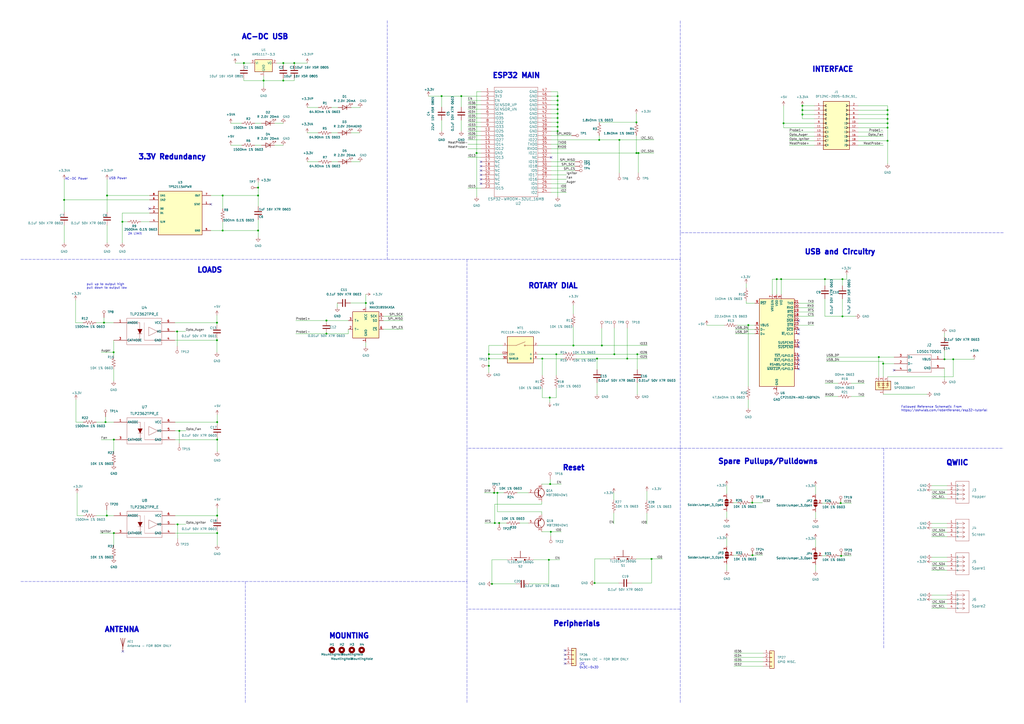
<source format=kicad_sch>
(kicad_sch (version 20211123) (generator eeschema)
  (paper "A2")
  (title_block (title "Smart Smoker Main") (date "2025-03-18") (rev "B"))
  (junction (at 359.283 81.153))
  (junction (at 323.469 63.373))
  (junction (at 369.697 205.486))
  (junction (at 125.857 197.358))
  (junction (at 212.217 175.768))
  (junction (at 318.389 324.739))
  (junction (at 61.976 299.085))
  (junction (at 283.591 208.026))
  (junction (at 319.151 280.797))
  (junction (at 104.013 249.936))
  (junction (at 356.362 205.486))
  (junction (at 70.993 128.651))
  (junction (at 65.913 204.343))
  (junction (at 323.469 68.453))
  (junction (at 478.536 161.925))
  (junction (at 332.613 200.406))
  (junction (at 102.743 192.278))
  (junction (at 488.696 161.925))
  (junction (at 149.733 133.731))
  (junction (at 66.04 255.016))
  (junction (at 164.338 46.736))
  (junction (at 347.599 81.153))
  (junction (at 450.596 161.925))
  (junction (at 509.778 207.137))
  (junction (at 276.479 88.773))
  (junction (at 149.733 108.839))
  (junction (at 514.858 68.961))
  (junction (at 125.857 187.198))
  (junction (at 344.932 338.201))
  (junction (at 363.855 208.026))
  (junction (at 323.469 73.533))
  (junction (at 152.908 46.736))
  (junction (at 514.858 81.661))
  (junction (at 283.591 212.217))
  (junction (at 170.688 36.576))
  (junction (at 514.858 71.501))
  (junction (at 314.579 208.026))
  (junction (at 125.984 244.856))
  (junction (at 319.532 308.483))
  (junction (at 512.318 210.947))
  (junction (at 102.997 304.165))
  (junction (at 256.159 55.753))
  (junction (at 285.369 338.709))
  (junction (at 552.958 208.407))
  (junction (at 322.707 205.486))
  (junction (at 488.696 183.515))
  (junction (at 164.338 36.576))
  (junction (at 454.533 71.501))
  (junction (at 465.455 61.341))
  (junction (at 547.878 208.407))
  (junction (at 267.589 55.753))
  (junction (at 323.469 60.833))
  (junction (at 346.329 208.026))
  (junction (at 149.733 113.411))
  (junction (at 141.478 36.576))
  (junction (at 369.189 88.773))
  (junction (at 189.357 193.548))
  (junction (at 369.189 70.993))
  (junction (at 453.136 161.925))
  (junction (at 323.469 58.293))
  (junction (at 487.934 322.453))
  (junction (at 465.455 63.881))
  (junction (at 436.499 322.072))
  (junction (at 377.952 324.231))
  (junction (at 283.591 205.486))
  (junction (at 434.086 188.595))
  (junction (at 37.211 115.951))
  (junction (at 514.858 63.881))
  (junction (at 323.469 65.913))
  (junction (at 514.858 66.421))
  (junction (at 323.469 76.073))
  (junction (at 514.858 74.041))
  (junction (at 62.103 113.411))
  (junction (at 60.325 187.198))
  (junction (at 323.469 70.993))
  (junction (at 287.02 303.403))
  (junction (at 465.455 66.421))
  (junction (at 286.639 285.877))
  (junction (at 61.214 244.856))
  (junction (at 349.123 200.406))
  (junction (at 318.897 230.632))
  (junction (at 129.159 113.411))
  (junction (at 436.372 291.592))
  (junction (at 289.56 303.403))
  (junction (at 370.332 88.773))
  (junction (at 288.544 285.877))
  (junction (at 323.469 55.753))
  (junction (at 189.357 185.928))
  (junction (at 125.984 255.016))
  (junction (at 487.68 291.846))
  (junction (at 66.04 309.245))
  (junction (at 125.984 299.085))
  (junction (at 129.159 133.731))
  (junction (at 125.984 309.245))
  (no_connect (at 463.296 193.675))
  (no_connect (at 327.787 379.857))
  (no_connect (at 319.659 91.313))
  (no_connect (at 279.019 106.553))
  (no_connect (at 279.019 104.013))
  (no_connect (at 86.741 121.031))
  (no_connect (at 463.296 201.295))
  (no_connect (at 279.019 93.853))
  (no_connect (at 71.247 377.825))
  (no_connect (at 463.296 198.755))
  (no_connect (at 463.296 213.995))
  (no_connect (at 279.019 96.393))
  (no_connect (at 122.301 118.491))
  (no_connect (at 327.787 377.317))
  (no_connect (at 279.019 98.933))
  (no_connect (at 327.787 384.937))
  (no_connect (at 463.296 186.055))
  (no_connect (at 327.787 382.397))
  (no_connect (at 518.668 214.757))
  (no_connect (at 463.296 206.375))
  (no_connect (at 279.019 101.473))
  (no_connect (at 463.296 191.135))
  (no_connect (at 463.296 208.915))
  (no_connect (at 463.296 211.455))
  (wire (pts (xy 70.993 123.571) (xy 70.993 128.651)))
  (wire (pts (xy 476.885 322.453) (xy 479.298 322.453)))
  (wire (pts (xy 319.659 60.833) (xy 323.469 60.833)))
  (wire (pts (xy 497.84 74.041) (xy 514.858 74.041)))
  (wire (pts (xy 450.596 161.925) (xy 453.136 161.925)))
  (wire (pts (xy 314.198 290.957) (xy 314.198 292.481)))
  (wire (pts (xy 478.536 183.515) (xy 478.536 173.355)))
  (wire (pts (xy 61.976 295.783) (xy 61.976 299.085)))
  (wire (pts (xy 540.385 311.277) (xy 549.402 311.277)))
  (wire (pts (xy 271.399 78.613) (xy 279.019 78.613)))
  (wire (pts (xy 43.815 174.117) (xy 43.815 187.198)))
  (wire (pts (xy 152.908 44.196) (xy 152.908 46.736)))
  (wire (pts (xy 448.056 161.925) (xy 450.596 161.925)))
  (wire (pts (xy 323.469 76.073) (xy 323.469 114.173)))
  (wire (pts (xy 448.056 170.815) (xy 448.056 161.925)))
  (wire (pts (xy 514.858 61.341) (xy 514.858 63.881)))
  (wire (pts (xy 497.84 81.661) (xy 514.858 81.661)))
  (wire (pts (xy 125.984 307.975) (xy 125.984 309.245)))
  (wire (pts (xy 60.325 184.277) (xy 60.325 187.198)))
  (wire (pts (xy 370.332 88.773) (xy 379.349 88.773)))
  (wire (pts (xy 540.512 308.737) (xy 549.402 308.737)))
  (wire (pts (xy 359.283 81.153) (xy 379.349 81.153)))
  (wire (pts (xy 287.02 292.481) (xy 287.02 303.403)))
  (wire (pts (xy 122.301 133.731) (xy 129.159 133.731)))
  (wire (pts (xy 101.6 249.936) (xy 104.013 249.936)))
  (wire (pts (xy 44.069 244.856) (xy 48.26 244.856)))
  (wire (pts (xy 319.659 104.013) (xy 328.549 104.013)))
  (wire (pts (xy 465.455 66.421) (xy 465.455 63.881)))
  (wire (pts (xy 478.536 229.997) (xy 486.156 229.997)))
  (wire (pts (xy 271.399 63.373) (xy 279.019 63.373)))
  (polyline (pts (xy 394.589 353.314) (xy 270.891 353.314)))
  (wire (pts (xy 129.159 113.411) (xy 149.733 113.411)))
  (wire (pts (xy 271.399 68.453) (xy 279.019 68.453)))
  (wire (pts (xy 349.123 190.373) (xy 349.123 200.406)))
  (polyline (pts (xy 270.891 150.495) (xy 270.891 337.312)))
  (wire (pts (xy 271.399 76.073) (xy 279.019 76.073)))
  (wire (pts (xy 314.579 208.026) (xy 314.579 217.678)))
  (wire (pts (xy 125.984 244.856) (xy 125.984 246.126)))
  (wire (pts (xy 291.719 200.406) (xy 283.591 200.406)))
  (wire (pts (xy 421.64 312.039) (xy 421.64 316.992)))
  (wire (pts (xy 291.719 205.486) (xy 283.591 205.486)))
  (wire (pts (xy 256.159 69.723) (xy 256.159 76.073)))
  (wire (pts (xy 203.708 62.357) (xy 208.915 62.357)))
  (wire (pts (xy 102.997 304.165) (xy 102.997 312.42)))
  (wire (pts (xy 426.466 191.135) (xy 437.896 191.135)))
  (wire (pts (xy 58.039 309.245) (xy 66.04 309.245)))
  (wire (pts (xy 301.498 303.403) (xy 306.578 303.403)))
  (wire (pts (xy 164.338 45.466) (xy 164.338 46.736)))
  (wire (pts (xy 271.399 83.693) (xy 279.019 83.693)))
  (wire (pts (xy 347.599 70.993) (xy 369.189 70.993)))
  (wire (pts (xy 164.338 36.576) (xy 164.338 37.846)))
  (wire (pts (xy 152.908 46.736) (xy 152.908 50.546)))
  (wire (pts (xy 473.075 281.813) (xy 473.075 286.766)))
  (wire (pts (xy 289.56 303.403) (xy 293.878 303.403)))
  (wire (pts (xy 267.589 55.753) (xy 279.019 55.753)))
  (wire (pts (xy 426.466 193.675) (xy 437.896 193.675)))
  (wire (pts (xy 359.283 81.153) (xy 359.283 100.33)))
  (wire (pts (xy 487.934 322.453) (xy 493.903 322.453)))
  (wire (pts (xy 203.581 77.089) (xy 208.661 77.089)))
  (wire (pts (xy 288.544 296.799) (xy 288.544 285.877)))
  (wire (pts (xy 472.44 68.961) (xy 465.455 68.961)))
  (wire (pts (xy 319.659 65.913) (xy 323.469 65.913)))
  (wire (pts (xy 319.151 280.797) (xy 325.628 280.797)))
  (wire (pts (xy 486.918 291.846) (xy 487.68 291.846)))
  (wire (pts (xy 319.659 68.453) (xy 323.469 68.453)))
  (wire (pts (xy 149.733 105.791) (xy 149.733 108.839)))
  (wire (pts (xy 427.736 188.595) (xy 434.086 188.595)))
  (wire (pts (xy 283.591 208.026) (xy 283.591 212.217)))
  (wire (pts (xy 129.159 133.731) (xy 149.733 133.731)))
  (wire (pts (xy 319.659 53.213) (xy 323.469 53.213)))
  (wire (pts (xy 37.211 115.951) (xy 86.741 115.951)))
  (wire (pts (xy 170.688 36.576) (xy 170.688 37.846)))
  (wire (pts (xy 509.778 207.137) (xy 518.668 207.137)))
  (wire (pts (xy 334.137 205.486) (xy 356.362 205.486)))
  (wire (pts (xy 314.198 298.323) (xy 314.198 296.799)))
  (wire (pts (xy 171.577 193.548) (xy 189.357 193.548)))
  (wire (pts (xy 271.399 109.093) (xy 279.019 109.093)))
  (wire (pts (xy 356.108 285.877) (xy 356.108 289.941)))
  (polyline (pts (xy 582.041 135.001) (xy 394.589 135.001)))
  (wire (pts (xy 291.719 208.026) (xy 283.591 208.026)))
  (wire (pts (xy 476.885 291.846) (xy 479.298 291.846)))
  (wire (pts (xy 212.217 198.628) (xy 212.217 201.168)))
  (wire (pts (xy 457.835 84.201) (xy 472.44 84.201)))
  (wire (pts (xy 319.659 78.613) (xy 331.597 78.613)))
  (wire (pts (xy 62.103 104.013) (xy 62.103 113.411)))
  (wire (pts (xy 369.697 221.996) (xy 369.697 228.854)))
  (wire (pts (xy 271.399 58.293) (xy 279.019 58.293)))
  (wire (pts (xy 450.596 161.925) (xy 450.596 170.815)))
  (wire (pts (xy 102.743 192.278) (xy 102.743 200.787)))
  (wire (pts (xy 312.039 208.026) (xy 314.579 208.026)))
  (wire (pts (xy 44.704 286.004) (xy 44.704 299.085)))
  (wire (pts (xy 171.577 185.928) (xy 189.357 185.928)))
  (wire (pts (xy 323.469 55.753) (xy 323.469 58.293)))
  (wire (pts (xy 152.908 46.736) (xy 164.338 46.736)))
  (wire (pts (xy 318.389 324.739) (xy 324.739 324.739)))
  (wire (pts (xy 125.984 309.245) (xy 125.984 316.23)))
  (polyline (pts (xy 224.663 150.495) (xy 394.589 150.495)))
  (wire (pts (xy 189.357 185.928) (xy 202.057 185.928)))
  (wire (pts (xy 540.385 352.806) (xy 549.402 352.806)))
  (wire (pts (xy 140.208 71.501) (xy 133.858 71.501)))
  (wire (pts (xy 323.469 58.293) (xy 323.469 60.833)))
  (wire (pts (xy 192.151 77.089) (xy 195.961 77.089)))
  (wire (pts (xy 549.402 284.226) (xy 540.512 284.226)))
  (wire (pts (xy 125.984 299.085) (xy 125.984 300.355)))
  (polyline (pts (xy 394.589 150.495) (xy 394.589 259.969)))
  (wire (pts (xy 60.325 187.198) (xy 65.913 187.198)))
  (wire (pts (xy 369.697 205.486) (xy 369.697 214.376)))
  (wire (pts (xy 318.389 324.739) (xy 318.389 338.709)))
  (wire (pts (xy 347.599 78.613) (xy 347.599 81.153)))
  (wire (pts (xy 222.377 185.928) (xy 233.807 185.928)))
  (wire (pts (xy 375.285 297.688) (xy 375.285 304.038)))
  (wire (pts (xy 203.327 175.768) (xy 212.217 175.768)))
  (wire (pts (xy 66.04 309.245) (xy 66.04 316.23)))
  (wire (pts (xy 62.103 113.411) (xy 86.741 113.411)))
  (wire (pts (xy 344.932 338.201) (xy 358.902 338.201)))
  (wire (pts (xy 319.151 278.13) (xy 319.151 280.797)))
  (wire (pts (xy 497.84 63.881) (xy 514.858 63.881)))
  (wire (pts (xy 285.369 324.739) (xy 294.259 324.739)))
  (wire (pts (xy 369.189 78.613) (xy 369.189 88.773)))
  (wire (pts (xy 463.296 178.435) (xy 472.186 178.435)))
  (wire (pts (xy 512.445 84.201) (xy 497.84 84.201)))
  (wire (pts (xy 164.338 36.576) (xy 170.688 36.576)))
  (wire (pts (xy 487.68 291.846) (xy 493.903 291.846)))
  (wire (pts (xy 62.103 113.411) (xy 62.103 123.063)))
  (wire (pts (xy 61.214 241.808) (xy 61.214 244.856)))
  (wire (pts (xy 271.399 70.993) (xy 279.019 70.993)))
  (wire (pts (xy 319.659 93.853) (xy 333.629 93.853)))
  (wire (pts (xy 478.536 222.377) (xy 486.156 222.377)))
  (wire (pts (xy 332.613 177.038) (xy 332.613 182.118)))
  (wire (pts (xy 478.536 161.925) (xy 488.696 161.925)))
  (wire (pts (xy 332.613 189.738) (xy 332.613 200.406)))
  (wire (pts (xy 409.956 188.595) (xy 420.116 188.595)))
  (wire (pts (xy 454.533 74.041) (xy 454.533 71.501)))
  (wire (pts (xy 493.776 229.997) (xy 501.396 229.997)))
  (wire (pts (xy 81.661 128.651) (xy 86.741 128.651)))
  (wire (pts (xy 285.369 338.709) (xy 299.339 338.709)))
  (wire (pts (xy 314.579 208.026) (xy 326.517 208.026)))
  (wire (pts (xy 540.512 303.657) (xy 549.402 303.657)))
  (wire (pts (xy 319.659 83.693) (xy 328.549 83.693)))
  (wire (pts (xy 322.707 205.486) (xy 326.517 205.486)))
  (wire (pts (xy 65.913 197.358) (xy 65.913 204.343)))
  (wire (pts (xy 37.211 104.013) (xy 37.211 115.951)))
  (wire (pts (xy 129.159 113.411) (xy 129.159 121.031)))
  (wire (pts (xy 267.589 55.753) (xy 267.589 62.103)))
  (wire (pts (xy 497.84 61.341) (xy 514.858 61.341)))
  (wire (pts (xy 540.385 289.306) (xy 549.402 289.306)))
  (wire (pts (xy 149.733 127.381) (xy 149.733 133.731)))
  (wire (pts (xy 465.455 63.881) (xy 465.455 61.341)))
  (wire (pts (xy 212.217 170.688) (xy 212.217 175.768)))
  (wire (pts (xy 314.579 225.298) (xy 314.579 230.632)))
  (wire (pts (xy 283.591 205.486) (xy 283.591 208.026)))
  (wire (pts (xy 377.952 324.231) (xy 384.302 324.231)))
  (wire (pts (xy 491.236 159.385) (xy 491.236 161.925)))
  (wire (pts (xy 271.399 73.533) (xy 279.019 73.533)))
  (wire (pts (xy 104.013 249.936) (xy 104.013 257.175)))
  (wire (pts (xy 159.258 84.201) (xy 164.338 84.201)))
  (wire (pts (xy 514.858 81.661) (xy 514.858 94.996)))
  (wire (pts (xy 319.659 101.473) (xy 328.549 101.473)))
  (wire (pts (xy 101.6 309.245) (xy 125.984 309.245)))
  (wire (pts (xy 463.296 180.975) (xy 472.186 180.975)))
  (wire (pts (xy 62.103 130.683) (xy 62.103 140.843)))
  (wire (pts (xy 55.88 299.085) (xy 61.976 299.085)))
  (wire (pts (xy 425.704 383.921) (xy 442.722 383.921)))
  (wire (pts (xy 457.835 79.121) (xy 472.44 79.121)))
  (wire (pts (xy 248.539 55.753) (xy 256.159 55.753)))
  (wire (pts (xy 319.659 63.373) (xy 323.469 63.373)))
  (wire (pts (xy 271.399 81.153) (xy 279.019 81.153)))
  (wire (pts (xy 473.075 312.42) (xy 473.075 317.373)))
  (wire (pts (xy 37.211 115.951) (xy 37.211 123.063)))
  (wire (pts (xy 170.688 36.576) (xy 178.308 36.576)))
  (wire (pts (xy 319.659 55.753) (xy 323.469 55.753)))
  (wire (pts (xy 286.639 285.877) (xy 288.544 285.877)))
  (wire (pts (xy 434.086 188.595) (xy 434.086 224.155)))
  (wire (pts (xy 436.499 322.072) (xy 442.468 322.072)))
  (wire (pts (xy 346.329 208.026) (xy 363.855 208.026)))
  (wire (pts (xy 425.704 378.841) (xy 442.722 378.841)))
  (wire (pts (xy 55.88 244.856) (xy 61.214 244.856)))
  (wire (pts (xy 283.591 212.217) (xy 283.591 216.154)))
  (wire (pts (xy 432.816 175.895) (xy 432.816 174.625)))
  (wire (pts (xy 276.479 53.213) (xy 276.479 88.773)))
  (polyline (pts (xy 394.589 259.969) (xy 270.891 259.969)))
  (wire (pts (xy 453.136 161.925) (xy 453.136 170.815)))
  (wire (pts (xy 540.512 345.186) (xy 549.402 345.186)))
  (wire (pts (xy 421.64 330.962) (xy 421.64 327.152)))
  (wire (pts (xy 192.278 62.357) (xy 196.088 62.357)))
  (wire (pts (xy 44.704 299.085) (xy 48.26 299.085)))
  (wire (pts (xy 472.44 66.421) (xy 465.455 66.421)))
  (wire (pts (xy 377.952 324.231) (xy 369.062 324.231)))
  (wire (pts (xy 122.301 113.411) (xy 129.159 113.411)))
  (wire (pts (xy 323.469 63.373) (xy 323.469 65.913)))
  (wire (pts (xy 463.296 183.515) (xy 472.186 183.515)))
  (wire (pts (xy 271.399 65.913) (xy 279.019 65.913)))
  (wire (pts (xy 70.993 128.651) (xy 70.993 140.843)))
  (wire (pts (xy 356.108 297.561) (xy 356.108 303.911)))
  (wire (pts (xy 463.296 188.595) (xy 472.186 188.595)))
  (wire (pts (xy 164.338 46.736) (xy 170.688 46.736)))
  (wire (pts (xy 129.159 128.651) (xy 129.159 133.731)))
  (wire (pts (xy 493.776 222.377) (xy 501.396 222.377)))
  (wire (pts (xy 170.688 45.466) (xy 170.688 46.736)))
  (wire (pts (xy 323.469 65.913) (xy 323.469 68.453)))
  (wire (pts (xy 184.658 93.853) (xy 178.308 93.853)))
  (wire (pts (xy 488.696 161.925) (xy 491.236 161.925)))
  (polyline (pts (xy 394.589 12.065) (xy 394.589 135.001)))
  (wire (pts (xy 314.198 280.797) (xy 319.151 280.797)))
  (wire (pts (xy 104.013 249.936) (xy 107.823 249.936)))
  (wire (pts (xy 319.659 88.773) (xy 369.189 88.773)))
  (polyline (pts (xy 12.065 337.312) (xy 270.891 337.312)))
  (wire (pts (xy 276.479 53.213) (xy 279.019 53.213)))
  (wire (pts (xy 346.329 208.026) (xy 346.329 214.376)))
  (wire (pts (xy 125.984 240.538) (xy 125.984 244.856)))
  (polyline (pts (xy 270.891 337.312) (xy 270.891 407.924)))
  (wire (pts (xy 547.878 203.327) (xy 547.878 208.407)))
  (wire (pts (xy 457.835 76.581) (xy 472.44 76.581)))
  (wire (pts (xy 70.993 123.571) (xy 86.741 123.571)))
  (wire (pts (xy 299.974 285.877) (xy 306.578 285.877)))
  (wire (pts (xy 497.84 71.501) (xy 514.858 71.501)))
  (wire (pts (xy 540.512 281.686) (xy 549.402 281.686)))
  (wire (pts (xy 497.84 66.421) (xy 514.858 66.421)))
  (wire (pts (xy 101.473 192.278) (xy 102.743 192.278)))
  (wire (pts (xy 147.828 84.201) (xy 151.638 84.201)))
  (wire (pts (xy 280.924 285.877) (xy 286.639 285.877)))
  (wire (pts (xy 349.123 200.406) (xy 375.539 200.406)))
  (polyline (pts (xy 224.663 11.938) (xy 224.663 150.495)))
  (wire (pts (xy 319.659 96.393) (xy 333.629 96.393)))
  (wire (pts (xy 314.198 308.483) (xy 319.532 308.483)))
  (polyline (pts (xy 512.572 259.969) (xy 512.572 375.92)))
  (wire (pts (xy 318.389 324.739) (xy 309.499 324.739)))
  (wire (pts (xy 356.362 190.246) (xy 356.362 205.486)))
  (wire (pts (xy 549.402 306.197) (xy 540.512 306.197)))
  (wire (pts (xy 472.44 74.041) (xy 454.533 74.041)))
  (wire (pts (xy 465.455 68.961) (xy 465.455 66.421)))
  (wire (pts (xy 375.285 284.861) (xy 375.285 290.068)))
  (wire (pts (xy 319.659 81.153) (xy 347.599 81.153)))
  (wire (pts (xy 514.858 71.501) (xy 514.858 74.041)))
  (wire (pts (xy 322.707 230.632) (xy 318.897 230.632)))
  (wire (pts (xy 276.479 88.773) (xy 279.019 88.773)))
  (wire (pts (xy 540.512 286.766) (xy 549.402 286.766)))
  (wire (pts (xy 195.707 175.768) (xy 195.707 178.308)))
  (wire (pts (xy 147.828 71.501) (xy 151.638 71.501)))
  (wire (pts (xy 192.278 93.853) (xy 196.088 93.853)))
  (wire (pts (xy 287.02 303.403) (xy 289.56 303.403)))
  (wire (pts (xy 425.45 322.072) (xy 427.863 322.072)))
  (wire (pts (xy 322.707 205.486) (xy 322.707 217.678)))
  (wire (pts (xy 288.544 296.799) (xy 314.198 296.799)))
  (wire (pts (xy 512.318 228.727) (xy 537.718 228.727)))
  (wire (pts (xy 37.211 130.683) (xy 37.211 140.843)))
  (wire (pts (xy 323.469 73.533) (xy 323.469 76.073)))
  (wire (pts (xy 472.44 71.501) (xy 454.533 71.501)))
  (wire (pts (xy 141.478 36.576) (xy 141.478 37.846)))
  (wire (pts (xy 377.952 324.231) (xy 377.952 338.201)))
  (wire (pts (xy 347.599 81.153) (xy 359.283 81.153)))
  (wire (pts (xy 319.659 106.553) (xy 328.549 106.553)))
  (wire (pts (xy 547.878 213.487) (xy 547.878 220.345)))
  (wire (pts (xy 369.189 88.773) (xy 370.332 88.773)))
  (wire (pts (xy 472.44 63.881) (xy 465.455 63.881)))
  (wire (pts (xy 363.855 208.026) (xy 375.539 208.026)))
  (wire (pts (xy 212.217 175.768) (xy 212.217 178.308)))
  (wire (pts (xy 285.369 324.739) (xy 285.369 338.709)))
  (wire (pts (xy 323.469 53.213) (xy 323.469 55.753)))
  (wire (pts (xy 102.997 304.165) (xy 107.823 304.165)))
  (wire (pts (xy 184.531 77.089) (xy 178.181 77.089)))
  (wire (pts (xy 473.075 300.736) (xy 473.075 296.926)))
  (wire (pts (xy 356.362 205.486) (xy 369.697 205.486)))
  (wire (pts (xy 256.159 55.753) (xy 256.159 62.103)))
  (wire (pts (xy 184.658 62.357) (xy 178.308 62.357)))
  (wire (pts (xy 312.039 205.486) (xy 322.707 205.486)))
  (wire (pts (xy 283.591 200.406) (xy 283.591 205.486)))
  (wire (pts (xy 425.704 386.461) (xy 442.722 386.461)))
  (wire (pts (xy 101.6 255.016) (xy 125.984 255.016)))
  (wire (pts (xy 323.469 68.453) (xy 323.469 70.993)))
  (wire (pts (xy 514.858 218.567) (xy 552.958 218.567)))
  (wire (pts (xy 540.512 350.266) (xy 549.402 350.266)))
  (wire (pts (xy 509.778 207.137) (xy 509.778 218.567)))
  (wire (pts (xy 319.659 86.233) (xy 328.549 86.233)))
  (wire (pts (xy 222.377 191.008) (xy 233.807 191.008)))
  (wire (pts (xy 547.878 208.407) (xy 552.958 208.407)))
  (wire (pts (xy 369.189 65.913) (xy 369.189 70.993)))
  (wire (pts (xy 463.296 175.895) (xy 472.186 175.895)))
  (wire (pts (xy 145.288 36.576) (xy 141.478 36.576)))
  (wire (pts (xy 61.214 244.856) (xy 66.04 244.856)))
  (polyline (pts (xy 12.065 150.495) (xy 224.663 150.495)))
  (wire (pts (xy 332.613 200.406) (xy 349.123 200.406)))
  (polyline (pts (xy 142.367 337.312) (xy 142.367 408.051)))
  (wire (pts (xy 319.659 98.933) (xy 333.629 98.933)))
  (wire (pts (xy 434.086 231.775) (xy 434.086 236.855)))
  (wire (pts (xy 552.958 218.567) (xy 552.958 208.407)))
  (wire (pts (xy 125.984 253.746) (xy 125.984 255.016)))
  (polyline (pts (xy 394.589 150.495) (xy 394.589 134.747)))
  (wire (pts (xy 512.445 79.121) (xy 497.84 79.121)))
  (wire (pts (xy 287.02 292.481) (xy 314.198 292.481)))
  (wire (pts (xy 140.208 84.201) (xy 133.858 84.201)))
  (wire (pts (xy 319.532 308.483) (xy 325.628 308.483)))
  (wire (pts (xy 488.696 161.925) (xy 488.696 165.735)))
  (wire (pts (xy 547.878 193.167) (xy 547.878 195.707)))
  (wire (pts (xy 488.696 173.355) (xy 488.696 183.515)))
  (wire (pts (xy 101.6 299.085) (xy 125.984 299.085)))
  (wire (pts (xy 281.178 303.403) (xy 287.02 303.403)))
  (wire (pts (xy 58.674 255.016) (xy 66.04 255.016)))
  (wire (pts (xy 101.473 187.198) (xy 125.857 187.198)))
  (wire (pts (xy 370.332 88.773) (xy 370.332 100.203)))
  (wire (pts (xy 125.857 182.88) (xy 125.857 187.198)))
  (wire (pts (xy 149.733 133.731) (xy 149.733 137.541)))
  (wire (pts (xy 141.478 36.576) (xy 136.398 36.576)))
  (wire (pts (xy 540.512 323.215) (xy 549.402 323.215)))
  (wire (pts (xy 55.753 187.198) (xy 60.325 187.198)))
  (wire (pts (xy 319.659 76.073) (xy 323.469 76.073)))
  (wire (pts (xy 549.402 347.726) (xy 540.512 347.726)))
  (wire (pts (xy 222.377 183.388) (xy 233.807 183.388)))
  (wire (pts (xy 421.513 281.559) (xy 421.513 286.512)))
  (wire (pts (xy 271.399 86.233) (xy 279.019 86.233)))
  (polyline (pts (xy 394.589 259.969) (xy 394.589 353.314)))
  (wire (pts (xy 323.469 70.993) (xy 323.469 73.533)))
  (wire (pts (xy 437.896 175.895) (xy 432.816 175.895)))
  (wire (pts (xy 514.858 63.881) (xy 514.858 66.421)))
  (wire (pts (xy 65.913 204.343) (xy 65.913 206.502)))
  (wire (pts (xy 125.984 294.767) (xy 125.984 299.085)))
  (wire (pts (xy 306.959 338.709) (xy 318.389 338.709)))
  (wire (pts (xy 512.318 209.677) (xy 512.318 210.947)))
  (wire (pts (xy 549.402 325.755) (xy 540.512 325.755)))
  (wire (pts (xy 319.659 58.293) (xy 323.469 58.293)))
  (wire (pts (xy 346.329 221.996) (xy 346.329 228.854)))
  (wire (pts (xy 276.479 88.773) (xy 276.479 114.173)))
  (wire (pts (xy 435.356 291.592) (xy 436.372 291.592)))
  (wire (pts (xy 43.815 187.198) (xy 48.133 187.198)))
  (wire (pts (xy 478.536 161.925) (xy 478.536 165.735)))
  (wire (pts (xy 363.855 190.246) (xy 363.855 208.026)))
  (wire (pts (xy 101.473 197.358) (xy 125.857 197.358)))
  (wire (pts (xy 319.659 70.993) (xy 323.469 70.993)))
  (wire (pts (xy 101.6 304.165) (xy 102.997 304.165)))
  (wire (pts (xy 436.372 291.592) (xy 442.341 291.592)))
  (wire (pts (xy 312.039 200.406) (xy 332.613 200.406)))
  (wire (pts (xy 159.258 71.501) (xy 164.338 71.501)))
  (wire (pts (xy 318.897 230.632) (xy 318.897 233.426)))
  (wire (pts (xy 496.316 183.515) (xy 488.696 183.515)))
  (wire (pts (xy 319.659 73.533) (xy 323.469 73.533)))
  (wire (pts (xy 540.512 328.295) (xy 549.402 328.295)))
  (wire (pts (xy 512.318 210.947) (xy 512.318 218.567)))
  (wire (pts (xy 514.858 68.961) (xy 514.858 71.501)))
  (wire (pts (xy 288.544 285.877) (xy 292.354 285.877)))
  (wire (pts (xy 101.6 244.856) (xy 125.984 244.856)))
  (wire (pts (xy 102.743 192.278) (xy 107.696 192.278)))
  (wire (pts (xy 160.528 36.576) (xy 164.338 36.576)))
  (wire (pts (xy 454.533 71.501) (xy 454.533 61.341)))
  (wire (pts (xy 540.385 330.835) (xy 549.402 330.835)))
  (wire (pts (xy 514.858 74.041) (xy 514.858 81.661)))
  (wire (pts (xy 203.708 93.853) (xy 208.915 93.853)))
  (wire (pts (xy 319.532 310.896) (xy 319.532 308.483)))
  (wire (pts (xy 453.136 161.925) (xy 478.536 161.925)))
  (wire (pts (xy 486.918 322.453) (xy 487.934 322.453)))
  (wire (pts (xy 125.984 255.016) (xy 125.984 262.001)))
  (polyline (pts (xy 394.589 353.314) (xy 394.589 407.924)))
  (wire (pts (xy 479.298 207.137) (xy 509.778 207.137)))
  (wire (pts (xy 152.908 46.736) (xy 141.478 46.736)))
  (wire (pts (xy 322.707 225.298) (xy 322.707 230.632)))
  (wire (pts (xy 457.835 81.661) (xy 472.44 81.661)))
  (wire (pts (xy 497.84 68.961) (xy 514.858 68.961)))
  (wire (pts (xy 514.858 66.421) (xy 514.858 68.961)))
  (wire (pts (xy 65.913 214.122) (xy 65.913 221.107)))
  (wire (pts (xy 465.455 61.341) (xy 472.44 61.341)))
  (wire (pts (xy 473.075 331.343) (xy 473.075 327.533)))
  (wire (pts (xy 432.816 164.465) (xy 432.816 167.005)))
  (wire (pts (xy 70.993 128.651) (xy 74.041 128.651)))
  (wire (pts (xy 189.357 193.548) (xy 202.057 193.548)))
  (polyline (pts (xy 394.589 259.969) (xy 582.041 259.969)))
  (wire (pts (xy 58.674 204.343) (xy 65.913 204.343)))
  (wire (pts (xy 125.857 196.088) (xy 125.857 197.358)))
  (wire (pts (xy 256.159 55.753) (xy 267.589 55.753)))
  (wire (pts (xy 437.896 188.595) (xy 434.086 188.595)))
  (wire (pts (xy 125.857 187.198) (xy 125.857 188.468)))
  (wire (pts (xy 512.445 76.581) (xy 497.84 76.581)))
  (wire (pts (xy 125.857 197.358) (xy 125.857 204.343)))
  (wire (pts (xy 319.659 109.093) (xy 328.549 109.093)))
  (wire (pts (xy 141.478 46.736) (xy 141.478 45.466)))
  (wire (pts (xy 323.469 60.833) (xy 323.469 63.373)))
  (wire (pts (xy 344.932 324.231) (xy 353.822 324.231)))
  (wire (pts (xy 149.733 113.411) (xy 149.733 119.761)))
  (wire (pts (xy 366.522 338.201) (xy 377.952 338.201)))
  (wire (pts (xy 66.04 255.016) (xy 66.04 262.001)))
  (wire (pts (xy 552.958 208.407) (xy 565.15 208.407)))
  (wire (pts (xy 202.057 191.008) (xy 202.057 193.548)))
  (wire (pts (xy 314.579 230.632) (xy 318.897 230.632)))
  (wire (pts (xy 61.976 299.085) (xy 66.04 299.085)))
  (wire (pts (xy 334.137 208.026) (xy 346.329 208.026)))
  (wire (pts (xy 435.483 322.072) (xy 436.499 322.072)))
  (wire (pts (xy 267.589 69.723) (xy 267.589 76.073)))
  (wire (pts (xy 149.733 108.839) (xy 149.733 113.411)))
  (wire (pts (xy 488.696 183.515) (xy 478.536 183.515)))
  (wire (pts (xy 344.932 324.231) (xy 344.932 338.201)))
  (wire (pts (xy 369.697 205.486) (xy 375.539 205.486)))
  (wire (pts (xy 512.318 210.947) (xy 518.668 210.947)))
  (wire (pts (xy 425.323 291.592) (xy 427.736 291.592)))
  (wire (pts (xy 271.399 91.313) (xy 279.019 91.313)))
  (wire (pts (xy 271.399 60.833) (xy 279.019 60.833)))
  (wire (pts (xy 425.704 381.381) (xy 442.722 381.381)))
  (wire (pts (xy 44.069 231.775) (xy 44.069 244.856)))
  (wire (pts (xy 421.513 300.482) (xy 421.513 296.672)))
  (wire (pts (xy 319.659 111.633) (xy 328.549 111.633)))
  (wire (pts (xy 479.298 209.677) (xy 512.318 209.677)))
  (text "Peripherials" (at 320.675 363.601 0) (effects (font (size 3 3) (thickness 1.016) bold) (justify left bottom)))
  (text "MOUNTING" (at 190.627 370.713 0) (effects (font (size 3 3) (thickness 1.016) bold) (justify left bottom)))
  (text "Reset" (at 326.136 273.177 0) (effects (font (size 3 3) (thickness 1.016) bold) (justify left bottom)))
  (text "2A Limit" (at 74.168 136.398 0) (effects (font (size 1.27 1.27)) (justify left bottom)))
  (text "AC-DC USB" (at 139.954 23.114 0) (effects (font (size 3 3) (thickness 1.016) bold) (justify left bottom)))
  (text "USB and Circuitry" (at 466.5218 147.955 0) (effects (font (size 3 3) (thickness 1.016) bold) (justify left bottom)))
  (text "INTERFACE" (at 470.916 42.037 0) (effects (font (size 3 3) (thickness 1.016) bold) (justify left bottom)))
  (text "USB Power" (at 63.119 104.267 0) (effects (font (size 1.27 1.27)) (justify left bottom)))
  (text "pull up to output high\npull down to output low" (at 50.165 167.767 0) (effects (font (size 1.27 1.27)) (justify left bottom)))
  (text "LOADS" (at 114.173 158.496 0) (effects (font (size 3 3) (thickness 1.016) bold) (justify left bottom)))
  (text "I2C\n0x3C-0x3D" (at 336.0674 387.985 0) (effects (font (size 1.27 1.27)) (justify left bottom)))
  (text "Spare Pullups/Pulldowns" (at 416.306 269.494 0) (effects (font (size 3 3) (thickness 1.016) bold) (justify left bottom)))
  (text "Followed Reference Schematic From\nhttps://oshwlab.com/robertferanec/esp32-tutorial" (at 522.732 238.887 0) (effects (font (size 1.27 1.27)) (justify left bottom)))
  (text "QWIIC" (at 548.64 270.256 0) (effects (font (size 3 3) (thickness 1.016) bold) (justify left bottom)))
  (text "AC-DC Power\n" (at 37.719 104.521 0) (effects (font (size 1.27 1.27)) (justify left bottom)))
  (text "ANTENNA" (at 60.4266 367.03 0) (effects (font (size 3 3) (thickness 1.016) bold) (justify left bottom)))
  (text "ESP32 MAIN" (at 285.4706 45.6692 0) (effects (font (size 3 3) (thickness 1.016) bold) (justify left bottom)))
  (text "ROTARY DIAL" (at 306.197 167.64 0) (effects (font (size 3 3) (thickness 1.016) bold) (justify left bottom)))
  (text "3.3V Redundancy" (at 80.01 92.837 0) (effects (font (size 3 3) (thickness 1.016) bold) (justify left bottom)))
  (label "Ignitor" (at 328.549 101.473 0))
  (label "MeatProbe+" (at 271.399 86.233 180))
  (label "Opto_Fan" (at 107.823 249.936 0))
  (label "IO32" (at 442.341 291.592 0))
  (label "MeatProbe-" (at 271.399 83.693 180))
  (label "SPI_MOSI" (at 331.597 78.613 180))
  (label "I2C_SDA" (at 540.512 286.766 0))
  (label "RXD0" (at 478.536 229.997 0))
  (label "RXD0" (at 328.549 86.233 180))
  (label "CTS" (at 472.186 183.515 180))
  (label "I2C_SDA" (at 540.512 350.266 0))
  (label "EN" (at 325.628 280.797 180))
  (label "SPI_MISO" (at 333.629 93.853 180))
  (label "IO32" (at 271.399 70.993 0))
  (label "TXD0" (at 478.536 222.377 0))
  (label "IO33" (at 271.399 73.533 0))
  (label "IO35" (at 425.704 383.921 0))
  (label "USB_DN" (at 426.466 191.135 0))
  (label "EN" (at 356.108 303.911 180))
  (label "Fan" (at 58.674 255.016 0))
  (label "IO0" (at 325.628 308.483 180))
  (label "TXD" (at 501.396 229.997 180))
  (label "IO25" (at 271.399 76.073 0))
  (label "I2C_SDA" (at 540.512 308.737 0))
  (label "IO34" (at 271.399 65.913 0))
  (label "MeatProbe-" (at 512.445 84.201 180))
  (label "MeatProbe+" (at 457.835 84.201 0))
  (label "I2C_SCL" (at 540.385 311.277 0))
  (label "SPI_SCK" (at 233.807 183.388 180))
  (label "TXD" (at 472.186 175.895 180))
  (label "Fan" (at 328.549 104.013 0))
  (label "IO27" (at 271.399 81.153 0))
  (label "IO36" (at 442.468 322.072 180))
  (label "IO26" (at 375.539 205.486 180))
  (label "IO0" (at 384.302 324.231 180))
  (label "SPI_SCK" (at 333.629 96.393 180))
  (label "Opto_Ignitor" (at 107.823 304.165 0))
  (label "IO35" (at 493.903 291.846 180))
  (label "IO35" (at 271.399 68.453 0))
  (label "IO36" (at 271.399 60.833 0))
  (label "USB_DP" (at 479.298 207.137 0))
  (label "Opto_Ignitor" (at 457.835 81.661 0))
  (label "I2C_SCL" (at 540.385 330.835 0))
  (label "Probe1+" (at 457.835 76.581 0))
  (label "IO15" (at 271.399 109.093 0))
  (label "IO25" (at 375.539 208.026 180))
  (label "I2C_SCL" (at 540.385 289.306 0))
  (label "I2C_SDA" (at 540.512 328.295 0))
  (label "Opto_Fan" (at 512.445 79.121 180))
  (label "RXD" (at 501.396 222.377 180))
  (label "IO26" (at 271.399 78.613 0))
  (label "Auger" (at 328.549 106.553 0))
  (label "IO39" (at 271.399 63.373 0))
  (label "RTS" (at 472.186 180.975 180))
  (label "EN" (at 271.399 58.293 0))
  (label "RXD" (at 472.186 178.435 180))
  (label "I2C_SDA" (at 379.349 88.773 180))
  (label "IO34" (at 493.903 322.453 180))
  (label "I2C_SCL" (at 379.349 81.153 180))
  (label "IO0" (at 375.285 304.038 180))
  (label "IO13" (at 271.399 91.313 0))
  (label "USB_DN" (at 479.298 209.677 0))
  (label "EN" (at 324.739 324.739 180))
  (label "Opto_Auger" (at 457.835 79.121 0))
  (label "IO33" (at 375.539 200.406 180))
  (label "Probe1+" (at 171.577 185.928 0))
  (label "TXD0" (at 328.549 83.693 180))
  (label "DTR" (at 280.924 285.877 0))
  (label "IO36" (at 425.704 378.841 0))
  (label "Probe1-" (at 171.577 193.548 0))
  (label "SPI_CS" (at 333.629 98.933 180))
  (label "IO0" (at 328.549 109.093 180))
  (label "IO34" (at 425.704 381.381 0))
  (label "Auger" (at 58.674 204.343 0))
  (label "I2C_SCL" (at 540.385 352.806 0))
  (label "Opto_Auger" (at 107.696 192.278 0))
  (label "DTR" (at 472.186 188.595 180))
  (label "Ignitor" (at 58.039 309.245 0))
  (label "IO2" (at 328.549 111.633 180))
  (label "USB_DP" (at 426.466 193.675 0))
  (label "IO32" (at 425.704 386.461 0))
  (label "SPI_MISO" (at 233.807 185.928 180))
  (label "RTS" (at 281.178 303.403 0))
  (label "SPI_CS" (at 233.807 191.008 180))
  (label "Probe1-" (at 512.445 76.581 180))
  (symbol (lib_id "power:+3.3V") (at 473.075 281.813 0) (mirror y) (unit 1)
    (property "Reference" "#PWR058" (effects hide))
    (property "Value" "+3.3V" (at 466.979 281.813 0) (effects (justify right)))
  )
  (symbol (lib_id "power:+3.3VA") (at 178.181 77.089 0) (unit 1)
    (property "Reference" "#PWR014" (effects hide))
    (property "Value" "+3.3VA" (at 178.181 72.009 0))
  )
  (symbol (lib_id "power:GND") (at 434.086 236.855 0) (unit 1)
    (property "Reference" "#PWR052" (effects hide))
    (property "Value" "GND" (at 434.086 241.935 0))
  )
  (symbol (lib_id "Connector:TestPoint") (at 436.372 291.592 0) (unit 1)
    (property "Reference" "TP18" (at 438.277 288.2899 0) (effects (justify left)))
    (property "Value" "TP" (effects hide))
    (property "Footprint" "TestPoint:TestPoint_Pad_D1.0mm" (effects hide))
  )
  (symbol (lib_id "Device:C") (at 125.857 192.278 0) (mirror y) (unit 1)
    (property "Reference" "C13" (at 123.698 190.246 0))
    (property "Value" "0.1uF 50V X7R 0603" (at 115.443 194.945 0))
    (property "Footprint" "Capacitor_SMD:C_0603_1608Metric" (effects hide))
    (property "Manufacturer" "Samsung Electro-Mechanics" (effects hide))
    (property "Manufacturer Part Number" "CL10B104KB8NNWC" (effects hide))
    (property "Vendor" "Digikey" (effects hide))
    (property "Vendor Part Number" "1276-1935-1-ND" (effects hide))
  )
  (symbol (lib_id "PRT-14417:PRT-14417") (at 549.402 323.215 0) (unit 1)
    (property "Reference" "J5" (at 563.626 325.755 0) (effects (font (size 1.524 1.524)) (justify left)))
    (property "Value" "Spare1" (at 563.626 329.565 0) (effects (font (size 1.524 1.524)) (justify left)))
    (property "Footprint" "Customs Smoker:PRT-14417" (effects hide))
    (property "Datasheet" "PRT-14417" (effects hide))
    (property "Manufacturer" "SparkFun Electronics" (effects hide))
    (property "Manufacturer Part Number" "PRT-14417" (effects hide))
    (property "Vendor" "Digikey" (effects hide))
    (property "Vendor Part Number" "PRT-14417-ND" (effects hide))
  )
  (symbol (lib_id "Device:LED") (at 199.898 93.853 180) (unit 1)
    (property "Reference" "D5" (at 199.898 87.503 0))
    (property "Value" "R 2.0V 20mA" (at 199.898 90.043 0))
    (property "Footprint" "LED_SMD:LED_0603_1608Metric" (effects hide))
    (property "Manufacturer" "ams-OSRAM USA INC." (effects hide))
    (property "Manufacturer Part Number" "LO Q976-PS-25-0-20-R18" (effects hide))
    (property "Vendor" "Digikey" (effects hide))
    (property "Vendor Part Number" "475-LOQ976-PS-25-0-20-R18CT-ND" (effects hide))
  )
  (symbol (lib_id "Device:C") (at 62.103 126.873 0) (mirror x) (unit 1)
    (property "Reference" "C8" (at 60.833 124.968 0))
    (property "Value" "0.1uF 50V X7R 0603" (at 51.308 129.413 0))
    (property "Footprint" "Capacitor_SMD:C_0603_1608Metric" (effects hide))
    (property "Manufacturer" "Samsung Electro-Mechanics" (effects hide))
    (property "Manufacturer Part Number" "CL10B104KB8NNWC" (effects hide))
    (property "Vendor" "Digikey" (effects hide))
    (property "Vendor Part Number" "1276-1935-1-ND" (effects hide))
  )
  (symbol (lib_id "Interface_USB:CP2102N-Axx-xQFN24") (at 450.596 198.755 0) (unit 1)
    (property "Reference" "U6" (at 452.6154 227.965 0) (effects (justify left)))
    (property "Value" "CP2102N-A02-GQFN24" (at 452.6154 230.505 0) (effects (justify left)))
    (property "Footprint" "Package_DFN_QFN:QFN-24-1EP_4x4mm_P0.5mm_EP2.6x2.6mm" (effects hide))
    (property "Datasheet" "https://www.silabs.com/documents/public/data-sheets/cp2102n-datasheet.pdf" (effects hide))
    (property "Manufacturer" "Silicon Labs" (effects hide))
    (property "Manufacturer Part Number" "CP2102N-A02-GQFN24" (effects hide))
    (property "Vendor" "Digikey" (effects hide))
    (property "Vendor Part Number" "336-5887-ND" (effects hide))
  )
  (symbol (lib_id "Connector:TestPoint") (at 359.283 100.33 180) (unit 1)
    (property "Reference" "TP6" (at 360.934 103.6319 0) (effects (justify right)))
    (property "Value" "TP" (effects hide))
    (property "Footprint" "TestPoint:TestPoint_Pad_D1.0mm" (effects hide))
  )
  (symbol (lib_id "power:GND") (at 547.878 220.345 0) (unit 1)
    (property "Reference" "#PWR044" (effects hide))
    (property "Value" "GND" (at 550.418 221.6149 0) (effects (justify left)))
  )
  (symbol (lib_id "Device:R_US") (at 356.108 293.751 0) (mirror x) (unit 1)
    (property "Reference" "R27" (at 358.648 291.211 0))
    (property "Value" "10K 1% 0603" (at 363.728 293.751 0))
    (property "Footprint" "Resistor_SMD:R_0603_1608Metric" (effects hide))
    (property "Manufacturer" "Stackpole Electronics Inc" (effects hide))
    (property "Manufacturer Part Number" "RNCP0603FTD10K0" (effects hide))
    (property "Vendor" "Digikey" (effects hide))
    (property "Vendor Part Number" "RNCP0603FTD10K0CT-ND" (effects hide))
  )
  (symbol (lib_id "Connector:TestPoint") (at 333.629 93.853 270) (unit 1)
    (property "Reference" "TP2" (at 338.582 93.8529 90) (effects (justify left)))
    (property "Value" "TP" (effects hide))
    (property "Footprint" "TestPoint:TestPoint_Pad_D1.0mm" (effects hide))
  )
  (symbol (lib_id "Device:R_US") (at 322.707 221.488 180) (unit 1)
    (property "Reference" "R18" (at 325.247 221.488 0))
    (property "Value" "10K 1% 0603" (at 330.327 224.028 0))
    (property "Footprint" "Resistor_SMD:R_0603_1608Metric" (effects hide))
    (property "Manufacturer" "Stackpole Electronics Inc" (effects hide))
    (property "Manufacturer Part Number" "RNCP0603FTD10K0" (effects hide))
    (property "Vendor" "Digikey" (effects hide))
    (property "Vendor Part Number" "RNCP0603FTD10K0CT-ND" (effects hide))
  )
  (symbol (lib_id "power:GND") (at 547.878 193.167 180) (unit 1)
    (property "Reference" "#PWR039" (effects hide))
    (property "Value" "GND" (at 550.418 191.8969 0) (effects (justify right)))
  )
  (symbol (lib_id "power:GND") (at 540.512 281.686 270) (unit 1)
    (property "Reference" "#PWR057" (effects hide))
    (property "Value" "GND" (at 533.527 281.686 90) (effects (justify left)))
  )
  (symbol (lib_id "Mechanical:MountingHole") (at 192.532 377.063 0) (unit 1)
    (property "Reference" "H1" (at 191.262 373.888 0) (effects (justify left)))
    (property "Value" "MountingHole" (at 186.182 379.603 0) (effects (justify left)))
    (property "Footprint" "MountingHole:MountingHole_3.2mm_M3_DIN965_Pad" (effects hide))
  )
  (symbol (lib_id "Connector:TestPoint") (at 283.591 212.217 90) (unit 1)
    (property "Reference" "TP13" (at 280.289 208.407 90))
    (property "Value" "TP" (effects hide))
    (property "Footprint" "TestPoint:TestPoint_Pad_D1.0mm" (effects hide))
  )
  (symbol (lib_id "Device:LED") (at 199.898 62.357 180) (unit 1)
    (property "Reference" "D1" (at 199.898 56.007 0))
    (property "Value" "R 2.0V 20mA" (at 199.898 58.547 0))
    (property "Footprint" "LED_SMD:LED_0603_1608Metric" (effects hide))
    (property "Manufacturer" "ams-OSRAM USA INC." (effects hide))
    (property "Manufacturer Part Number" "LO Q976-PS-25-0-20-R18" (effects hide))
    (property "Vendor" "Digikey" (effects hide))
    (property "Vendor Part Number" "475-LOQ976-PS-25-0-20-R18CT-ND" (effects hide))
  )
  (symbol (lib_id "power:+3.3V") (at 212.217 170.688 270) (unit 1)
    (property "Reference" "#PWR032" (effects hide))
    (property "Value" "+3.3V" (at 216.027 170.6879 90) (effects (justify left)))
  )
  (symbol (lib_id "Connector:TestPoint") (at 436.499 322.072 0) (unit 1)
    (property "Reference" "TP24" (at 438.404 318.7699 0) (effects (justify left)))
    (property "Value" "TP" (effects hide))
    (property "Footprint" "TestPoint:TestPoint_Pad_D1.0mm" (effects hide))
  )
  (symbol (lib_id "Device:R_US") (at 129.159 124.841 180) (unit 1)
    (property "Reference" "R8" (at 131.191 121.793 0))
    (property "Value" "50Ohm 0.1% 0603" (at 138.43 127.762 0))
    (property "Footprint" "Resistor_SMD:R_0603_1608Metric" (effects hide))
    (property "Manufacturer" "YAGEO" (effects hide))
    (property "Manufacturer Part Number" "RT0603BRE0750RL" (effects hide))
    (property "Vendor" "Digikey" (effects hide))
    (property "Vendor Part Number" "13-RT0603BRE0750RLCT-ND" (effects hide))
  )
  (symbol (lib_id "PRT-14417:PRT-14417") (at 549.402 303.657 0) (unit 1)
    (property "Reference" "J4" (at 563.626 306.197 0) (effects (font (size 1.524 1.524)) (justify left)))
    (property "Value" "Screen" (at 563.626 310.007 0) (effects (font (size 1.524 1.524)) (justify left)))
    (property "Footprint" "Customs Smoker:PRT-14417" (effects hide))
    (property "Datasheet" "PRT-14417" (effects hide))
    (property "Manufacturer" "SparkFun Electronics" (effects hide))
    (property "Manufacturer Part Number" "PRT-14417" (effects hide))
    (property "Vendor" "Digikey" (effects hide))
    (property "Vendor Part Number" "PRT-14417-ND" (effects hide))
  )
  (symbol (lib_id "Connector:TestPoint") (at 149.733 108.839 90) (unit 1)
    (property "Reference" "TP7" (at 146.431 105.537 90))
    (property "Value" "TP" (effects hide))
    (property "Footprint" "TestPoint:TestPoint_Pad_D1.0mm" (effects hide))
  )
  (symbol (lib_id "Device:C") (at 125.984 304.165 0) (mirror y) (unit 1)
    (property "Reference" "C18" (at 123.825 302.133 0))
    (property "Value" "0.1uF 50V X7R 0603" (at 115.57 306.832 0))
    (property "Footprint" "Capacitor_SMD:C_0603_1608Metric" (effects hide))
    (property "Manufacturer" "Samsung Electro-Mechanics" (effects hide))
    (property "Manufacturer Part Number" "CL10B104KB8NNWC" (effects hide))
    (property "Vendor" "Digikey" (effects hide))
    (property "Vendor Part Number" "1276-1935-1-ND" (effects hide))
  )
  (symbol (lib_id "Device:C") (at 478.536 169.545 180) (unit 1)
    (property "Reference" "C9" (at 474.726 169.545 0))
    (property "Value" "0.1uF 50V X7R 0603" (at 482.346 172.085 90))
    (property "Footprint" "Capacitor_SMD:C_0603_1608Metric" (effects hide))
    (property "Manufacturer" "Samsung Electro-Mechanics" (effects hide))
    (property "Manufacturer Part Number" "CL10B104KB8NNWC" (effects hide))
    (property "Vendor" "Digikey" (effects hide))
    (property "Vendor Part Number" "1276-1935-1-ND" (effects hide))
  )
  (symbol (lib_id "Connector:TestPoint") (at 363.855 190.246 0) (unit 1)
    (property "Reference" "TP10" (at 366.395 186.9439 0) (effects (justify left)))
    (property "Value" "TP" (effects hide))
    (property "Footprint" "TestPoint:TestPoint_Pad_D1.0mm" (effects hide))
  )
  (symbol (lib_id "power:+5V") (at 409.956 188.595 0) (unit 1)
    (property "Reference" "#PWR038" (effects hide))
    (property "Value" "+5V" (at 406.781 187.96 0))
  )
  (symbol (lib_id "power:GND") (at 450.596 226.695 0) (unit 1)
    (property "Reference" "#PWR046" (effects hide))
    (property "Value" "GND" (at 450.596 231.775 0))
  )
  (symbol (lib_id "power:GND") (at 212.217 201.168 0) (unit 1)
    (property "Reference" "#PWR040" (effects hide))
    (property "Value" "GND" (at 212.217 206.248 0))
  )
  (symbol (lib_id "power:+3.3VA") (at 465.455 61.341 0) (unit 1)
    (property "Reference" "#PWR06" (effects hide))
    (property "Value" "+3.3VA" (at 465.455 56.261 0))
  )
  (symbol (lib_id "power:+3.3V") (at 421.513 281.559 0) (mirror y) (unit 1)
    (property "Reference" "#PWR056" (effects hide))
    (property "Value" "+3.3V" (at 415.417 281.559 0) (effects (justify right)))
  )
  (symbol (lib_id "power:+3.3V") (at 421.64 312.039 0) (mirror y) (unit 1)
    (property "Reference" "#PWR068" (effects hide))
    (property "Value" "+3.3V" (at 415.544 312.039 0) (effects (justify right)))
  )
  (symbol (lib_id "Device:R_US") (at 52.07 299.085 90) (unit 1)
    (property "Reference" "R29" (at 49.276 296.672 90))
    (property "Value" "150Ohm 1% 0603" (at 52.324 301.371 90))
    (property "Footprint" "Resistor_SMD:R_0603_1608Metric" (effects hide))
    (property "Manufacturer" "YAGEO" (effects hide))
    (property "Manufacturer Part Number" "RC0603FR-07150RL" (effects hide))
    (property "Vendor" "Digikey" (effects hide))
    (property "Vendor Part Number" "311-150HRCT-ND" (effects hide))
  )
  (symbol (lib_id "Connector:TestPoint") (at 60.325 184.277 0) (unit 1)
    (property "Reference" "TP8" (at 62.357 180.9749 0) (effects (justify left)))
    (property "Value" "TP" (effects hide))
    (property "Footprint" "TestPoint:TestPoint_Pad_D1.0mm" (effects hide))
  )
  (symbol (lib_id "power:+3.3VP") (at 178.308 62.357 0) (unit 1)
    (property "Reference" "#PWR07" (effects hide))
    (property "Value" "+3.3VP" (at 178.308 57.277 0))
  )
  (symbol (lib_id "power:GND") (at 540.512 303.657 270) (unit 1)
    (property "Reference" "#PWR066" (effects hide))
    (property "Value" "GND" (at 533.527 303.657 90) (effects (justify left)))
  )
  (symbol (lib_id "Device:C") (at 125.984 249.936 0) (mirror y) (unit 1)
    (property "Reference" "C17" (at 123.825 247.904 0))
    (property "Value" "0.1uF 50V X7R 0603" (at 115.57 252.603 0))
    (property "Footprint" "Capacitor_SMD:C_0603_1608Metric" (effects hide))
    (property "Manufacturer" "Samsung Electro-Mechanics" (effects hide))
    (property "Manufacturer Part Number" "CL10B104KB8NNWC" (effects hide))
    (property "Vendor" "Digikey" (effects hide))
    (property "Vendor Part Number" "1276-1935-1-ND" (effects hide))
  )
  (symbol (lib_id "power:+3.3V") (at 178.308 93.853 0) (unit 1)
    (property "Reference" "#PWR018" (effects hide))
    (property "Value" "+3.3V" (at 175.768 88.773 0) (effects (justify left)))
  )
  (symbol (lib_id "Connector:TestPoint") (at 319.151 278.13 0) (unit 1)
    (property "Reference" "TP16" (at 321.691 274.8279 0) (effects (justify left)))
    (property "Value" "TP" (effects hide))
    (property "Footprint" "TestPoint:TestPoint_Pad_D1.0mm" (effects hide))
  )
  (symbol (lib_id "Connector:TestPoint") (at 356.362 190.246 0) (unit 1)
    (property "Reference" "TP9" (at 358.394 186.9439 0) (effects (justify left)))
    (property "Value" "TP" (effects hide))
    (property "Footprint" "TestPoint:TestPoint_Pad_D1.0mm" (effects hide))
  )
  (symbol (lib_id "power:+3.3V") (at 149.733 105.791 0) (unit 1)
    (property "Reference" "#PWR023" (effects hide))
    (property "Value" "+3.3V" (at 151.257 104.5209 0) (effects (justify left)))
  )
  (symbol (lib_id "power:+5V") (at 125.984 240.538 0) (unit 1)
    (property "Reference" "#PWR053" (effects hide))
    (property "Value" "+5V" (at 125.984 235.458 0))
  )
  (symbol (lib_id "Connector_Generic:Conn_01x04") (at 332.867 379.857 0) (unit 1) (on_board no)
    (property "Reference" "TP26" (at 336.042 379.8569 0) (effects (justify left)))
    (property "Value" "Screen I2C - FOR BOM ONLY" (at 336.042 382.3969 0) (effects (justify left)))
    (property "Footprint" "Connector_PinHeader_2.54mm:PinHeader_1x04_P2.54mm_Vertical" (effects hide))
    (property "Manufacturer" "Adafruit Industries LLC" (effects hide))
    (property "Manufacturer Part Number" "938" (effects hide))
    (property "Vendor" "Digikey" (effects hide))
    (property "Vendor Part Number" "1528-1512-ND" (effects hide))
  )
  (symbol (lib_id "power:GND") (at 421.64 330.962 0) (unit 1)
    (property "Reference" "#PWR074" (effects hide))
    (property "Value" "GND" (at 421.64 335.788 0))
  )
  (symbol (lib_id "Device:Antenna") (at 71.247 372.745 0) (unit 1) (on_board no)
    (property "Reference" "AE1" (at 73.787 372.1099 0) (effects (justify left)))
    (property "Value" "Antenna - FOR BOM ONLY" (at 73.787 374.6499 0) (effects (justify left)))
    (property "Footprint" "Symbol:KiCad-Logo2_5mm_SilkScreen" (effects hide))
    (property "Manufacturer" "Pulse Electronics" (effects hide))
    (property "Manufacturer Part Number" "W3921B0100" (effects hide))
    (property "Vendor" "Digikey" (effects hide))
    (property "Vendor Part Number" "553-W3921B0100-ND" (effects hide))
  )
  (symbol (lib_id "power:+3.3V") (at 43.815 174.117 0) (mirror y) (unit 1)
    (property "Reference" "#PWR033" (effects hide))
    (property "Value" "+3.3V" (at 41.275 170.307 0) (effects (justify right)))
  )
  (symbol (lib_id "power:GND") (at 283.591 216.154 0) (unit 1)
    (property "Reference" "#PWR043" (effects hide))
    (property "Value" "GND" (at 286.131 217.4239 0) (effects (justify left)))
  )
  (symbol (lib_id "Transistor_BJT:MBT3904DW1") (at 311.658 285.877 0) (unit 1)
    (property "Reference" "Q1" (at 316.738 284.6069 0) (effects (justify left)))
    (property "Value" "MBT3904DW1" (at 316.738 287.1469 0) (effects (justify left)))
    (property "Footprint" "Package_TO_SOT_SMD:SOT-363_SC-70-6" (effects hide))
    (property "Datasheet" "http://www.onsemi.com/pub_link/Collateral/MBT3904DW1T1-D.PDF" (effects hide))
    (property "Manufacturer" "onsemi" (effects hide))
    (property "Manufacturer Part Number" "MBT3904DW1T1G" (effects hide))
    (property "Vendor" "digikey" (effects hide))
    (property "Vendor Part Number" "MBT3904DW1T1GOSCT-ND" (effects hide))
  )
  (symbol (lib_id "Device:R_US") (at 489.966 229.997 90) (unit 1)
    (property "Reference" "R21" (at 489.966 227.457 90))
    (property "Value" "0Ohm 0603" (at 489.966 224.917 90))
    (property "Footprint" "Resistor_SMD:R_0603_1608Metric" (effects hide))
    (property "Manufacturer" "Stackpole Electronics Inc" (effects hide))
    (property "Manufacturer Part Number" "RMCF0603ZT0R00" (effects hide))
    (property "Vendor" "Digikey" (effects hide))
    (property "Vendor Part Number" "RMCF0603ZT0R00CT-ND" (effects hide))
  )
  (symbol (lib_id "power:+3.3V") (at 356.108 285.877 0) (mirror y) (unit 1)
    (property "Reference" "#PWR061" (effects hide))
    (property "Value" "+3.3V" (at 350.012 285.877 0) (effects (justify right)))
  )
  (symbol (lib_id "Device:R_US") (at 483.108 291.846 270) (mirror x) (unit 1)
    (property "Reference" "R26" (at 480.187 290.576 90))
    (property "Value" "10K 1% 0603" (at 483.616 294.132 90))
    (property "Footprint" "Resistor_SMD:R_0603_1608Metric" (effects hide))
    (property "Manufacturer" "Stackpole Electronics Inc" (effects hide))
    (property "Manufacturer Part Number" "RNCP0603FTD10K0" (effects hide))
    (property "Vendor" "Digikey" (effects hide))
    (property "Vendor Part Number" "RNCP0603FTD10K0CT-ND" (effects hide))
  )
  (symbol (lib_id "Device:C") (at 149.733 123.571 0) (unit 1)
    (property "Reference" "C6" (at 150.114 125.73 0) (effects (justify left)))
    (property "Value" "1uF 16V X7R 0603" (at 150.114 121.412 0) (effects (justify left)))
    (property "Footprint" "Capacitor_SMD:C_0603_1608Metric" (effects hide))
    (property "Manufacturer" "Yageo" (effects hide))
    (property "Manufacturer Part Number" "CC0603KRX7R7BB105" (effects hide))
    (property "Vendor" "Digikey" (effects hide))
    (property "Vendor Part Number" "311-1446-1-ND" (effects hide))
  )
  (symbol (lib_id "Connector:TestPoint") (at 349.123 190.373 0) (unit 1)
    (property "Reference" "TP11" (at 350.52 187.0709 0) (effects (justify left)))
    (property "Value" "TP" (effects hide))
    (property "Footprint" "TestPoint:TestPoint_Pad_D1.0mm" (effects hide))
  )
  (symbol (lib_id "Connector:TestPoint") (at 370.332 100.203 180) (unit 1)
    (property "Reference" "TP5" (at 372.618 103.5049 0) (effects (justify right)))
    (property "Value" "TP" (effects hide))
    (property "Footprint" "TestPoint:TestPoint_Pad_D1.0mm" (effects hide))
  )
  (symbol (lib_id "Power_Protection:SP0503BAHT") (at 512.318 223.647 0) (unit 1)
    (property "Reference" "D6" (at 518.668 222.3769 0) (effects (justify left)))
    (property "Value" "SP0503BAHT" (at 518.668 224.9169 0) (effects (justify left)))
    (property "Footprint" "Package_TO_SOT_SMD:SOT-143" (effects hide))
    (property "Datasheet" "http://www.littelfuse.com/~/media/files/littelfuse/technical%20resources/documents/data%20sheets/sp05xxba.pdf" (effects hide))
    (property "Manufacturer" "Littelfuse Inc." (effects hide))
    (property "Manufacturer Part Number" "SP0503BAHTG" (effects hide))
    (property "Vendor" "Digikey" (effects hide))
    (property "Vendor Part Number" "F2715CT-ND" (effects hide))
  )
  (symbol (lib_id "Connector_Generic:Conn_01x04") (at 447.802 381.381 0) (unit 1)
    (property "Reference" "TP27" (at 450.977 381.3809 0) (effects (justify left)))
    (property "Value" "GPIO MISC." (at 450.977 383.9209 0) (effects (justify left)))
    (property "Footprint" "Connector_PinHeader_2.54mm:PinHeader_1x04_P2.54mm_Vertical" (effects hide))
  )
  (symbol (lib_id "power:GND") (at 70.993 140.843 0) (unit 1)
    (property "Reference" "#PWR029" (effects hide))
    (property "Value" "GND" (at 70.993 145.923 0))
  )
  (symbol (lib_id "Device:C") (at 369.697 218.186 0) (unit 1)
    (property "Reference" "C16" (at 373.507 218.186 0))
    (property "Value" "0.01uF 50V X7R 0603" (at 381.127 220.726 0))
    (property "Footprint" "Capacitor_SMD:C_0603_1608Metric" (effects hide))
    (property "Manufacturer" "Samsung Electro-Mechanics" (effects hide))
    (property "Manufacturer Part Number" "CL10B103KB8NNNC" (effects hide))
    (property "Vendor" "Digikey" (effects hide))
    (property "Vendor Part Number" "1276-1009-1-ND" (effects hide))
  )
  (symbol (lib_id "Device:LED") (at 155.448 71.501 180) (unit 1)
    (property "Reference" "D2" (at 155.448 65.151 0))
    (property "Value" "R 2.0V 20mA" (at 155.448 67.691 0))
    (property "Footprint" "LED_SMD:LED_0603_1608Metric" (effects hide))
    (property "Manufacturer" "ams-OSRAM USA INC." (effects hide))
    (property "Manufacturer Part Number" "LO Q976-PS-25-0-20-R18" (effects hide))
    (property "Vendor" "Digikey" (effects hide))
    (property "Vendor Part Number" "475-LOQ976-PS-25-0-20-R18CT-ND" (effects hide))
  )
  (symbol (lib_id "Mechanical:MountingHole") (at 204.089 377.063 0) (unit 1)
    (property "Reference" "H3" (at 202.819 373.888 0) (effects (justify left)))
    (property "Value" "MountingHole" (at 197.739 379.603 0) (effects (justify left)))
    (property "Footprint" "MountingHole:MountingHole_3.2mm_M3_DIN965_Pad" (effects hide))
  )
  (symbol (lib_id "Connector:TestPoint") (at 286.639 285.877 0) (unit 1)
    (property "Reference" "TP17" (at 285.369 280.924 0) (effects (justify left)))
    (property "Value" "TP" (effects hide))
    (property "Footprint" "TestPoint:TestPoint_Pad_D1.0mm" (effects hide))
  )
  (symbol (lib_id "Connector:TestPoint") (at 289.56 303.403 180) (unit 1)
    (property "Reference" "TP21" (at 291.719 306.7049 0) (effects (justify right)))
    (property "Value" "TP" (effects hide))
    (property "Footprint" "TestPoint:TestPoint_Pad_D1.0mm" (effects hide))
  )
  (symbol (lib_id "TLP2362:TLP2362TPR_E") (at 66.04 244.856 0) (unit 1)
    (property "Reference" "U7" (at 83.82 236.093 0) (effects (font (size 1.524 1.524))))
    (property "Value" "TLP2362TPR_E" (at 83.82 239.903 0) (effects (font (size 1.524 1.524))))
    (property "Footprint" "Customs Smoker:TLP2362" (effects hide))
    (property "Datasheet" "TLP2362TPR_E" (effects hide))
    (property "Manufacturer" "Toshiba Semiconductor and Storage" (effects hide))
    (property "Manufacturer Part Number" "TLP2362(TPR,E" (effects hide))
    (property "Vendor" "Digikey" (effects hide))
    (property "Vendor Part Number" "TLP2362(TPRECT-ND" (effects hide))
  )
  (symbol (lib_id "Device:C") (at 141.478 41.656 0) (unit 1)
    (property "Reference" "C1" (at 142.748 39.116 0))
    (property "Value" "10uF 16V X5R 0805" (at 131.318 44.196 0))
    (property "Footprint" "Capacitor_SMD:C_0805_2012Metric" (effects hide))
    (property "Manufacturer" "Samsung Electro-Mechanics" (effects hide))
    (property "Manufacturer Part Number" "CL21A106KOQNNNE" (effects hide))
    (property "Vendor" "Digikey" (effects hide))
    (property "Vendor Part Number" "1276-1096-1-ND" (effects hide))
  )
  (symbol (lib_id "TPS2115APWR:TPS2115APWR") (at 104.521 123.571 0) (unit 1)
    (property "Reference" "U3" (at 104.521 105.791 0))
    (property "Value" "TPS2115APWR" (at 104.521 108.331 0))
    (property "Footprint" "Customs Smoker:PW8-M" (effects hide))
    (property "Manufacturer" "Texas Instruments" (effects hide))
    (property "Manufacturer Part Number" "TPS2115APWR" (effects hide))
    (property "Vendor" "Digikey" (effects hide))
    (property "Vendor Part Number" "296-16940-1-ND" (effects hide))
  )
  (symbol (lib_id "Device:C") (at 37.211 126.873 0) (mirror x) (unit 1)
    (property "Reference" "C7" (at 35.941 124.968 0))
    (property "Value" "0.1uF 50V X7R 0603" (at 26.416 129.413 0))
    (property "Footprint" "Capacitor_SMD:C_0603_1608Metric" (effects hide))
    (property "Manufacturer" "Samsung Electro-Mechanics" (effects hide))
    (property "Manufacturer Part Number" "CL10B104KB8NNWC" (effects hide))
    (property "Vendor" "Digikey" (effects hide))
    (property "Vendor Part Number" "1276-1935-1-ND" (effects hide))
  )
  (symbol (lib_id "Device:R_US") (at 330.327 205.486 90) (unit 1)
    (property "Reference" "R14" (at 326.898 204.47 90))
    (property "Value" "10K 1% 0603" (at 338.836 204.47 90))
    (property "Footprint" "Resistor_SMD:R_0603_1608Metric" (effects hide))
    (property "Manufacturer" "Stackpole Electronics Inc" (effects hide))
    (property "Manufacturer Part Number" "RNCP0603FTD10K0" (effects hide))
    (property "Vendor" "Digikey" (effects hide))
    (property "Vendor Part Number" "RNCP0603FTD10K0CT-ND" (effects hide))
  )
  (symbol (lib_id "Connector:TestPoint") (at 104.013 257.175 180) (unit 1)
    (property "Reference" "TP15" (at 105.537 260.4769 0) (effects (justify right)))
    (property "Value" "TP" (effects hide))
    (property "Footprint" "TestPoint:TestPoint_Pad_D1.0mm" (effects hide))
  )
  (symbol (lib_id "power:+3.3V") (at 540.512 325.755 90) (unit 1)
    (property "Reference" "#PWR073" (effects hide))
    (property "Value" "+3.3V" (at 531.622 325.755 90) (effects (justify right)))
  )
  (symbol (lib_id "power:GND") (at 369.697 228.854 0) (unit 1)
    (property "Reference" "#PWR049" (effects hide))
    (property "Value" "GND" (at 372.237 230.1239 0) (effects (justify left)))
  )
  (symbol (lib_id "power:+3.3V") (at 540.512 306.197 90) (unit 1)
    (property "Reference" "#PWR067" (effects hide))
    (property "Value" "+3.3V" (at 531.622 306.197 90) (effects (justify right)))
  )
  (symbol (lib_id "power:GND") (at 208.661 77.089 180) (unit 1)
    (property "Reference" "#PWR015" (effects hide))
    (property "Value" "GND" (at 209.931 73.279 0) (effects (justify left)))
  )
  (symbol (lib_id "power:+3.3V") (at 332.613 177.038 0) (unit 1)
    (property "Reference" "#PWR034" (effects hide))
    (property "Value" "+3.3V" (at 332.613 171.9326 0))
  )
  (symbol (lib_id "power:GND") (at 125.984 262.001 0) (mirror y) (unit 1)
    (property "Reference" "#PWR054" (effects hide))
    (property "Value" "GND" (at 125.984 267.081 0))
  )
  (symbol (lib_id "Device:LED") (at 155.448 84.201 180) (unit 1)
    (property "Reference" "D4" (at 155.448 77.851 0))
    (property "Value" "R 2.0V 20mA" (at 155.448 80.391 0))
    (property "Footprint" "LED_SMD:LED_0603_1608Metric" (effects hide))
    (property "Manufacturer" "ams-OSRAM USA INC." (effects hide))
    (property "Manufacturer Part Number" "LO Q976-PS-25-0-20-R18" (effects hide))
    (property "Vendor" "Digikey" (effects hide))
    (property "Vendor Part Number" "475-LOQ976-PS-25-0-20-R18CT-ND" (effects hide))
  )
  (symbol (lib_id "Connector:TestPoint") (at 61.976 295.783 0) (unit 1)
    (property "Reference" "TP20" (at 63.754 292.4809 0) (effects (justify left)))
    (property "Value" "TP" (effects hide))
    (property "Footprint" "TestPoint:TestPoint_Pad_D1.0mm" (effects hide))
  )
  (symbol (lib_id "Device:C") (at 189.357 189.738 0) (unit 1)
    (property "Reference" "C12" (at 193.167 189.738 0))
    (property "Value" "0.01uF 50V X7R 0603" (at 189.357 194.818 0))
    (property "Footprint" "Capacitor_SMD:C_0603_1608Metric" (effects hide))
    (property "Manufacturer" "Samsung Electro-Mechanics" (effects hide))
    (property "Manufacturer Part Number" "CL10B103KB8NNNC" (effects hide))
    (property "Vendor" "Digikey" (effects hide))
    (property "Vendor Part Number" "1276-1009-1-ND" (effects hide))
  )
  (symbol (lib_id "power:GND") (at 421.513 300.482 0) (unit 1)
    (property "Reference" "#PWR064" (effects hide))
    (property "Value" "GND" (at 421.513 305.308 0))
  )
  (symbol (lib_id "Device:C") (at 547.878 199.517 180) (unit 1)
    (property "Reference" "C14" (at 549.148 202.057 0))
    (property "Value" "0.1uF 50V X7R 0603" (at 558.038 196.977 0))
    (property "Footprint" "Capacitor_SMD:C_0603_1608Metric" (effects hide))
    (property "Manufacturer" "Samsung Electro-Mechanics" (effects hide))
    (property "Manufacturer Part Number" "CL10B104KB8NNWC" (effects hide))
    (property "Vendor" "Digikey" (effects hide))
    (property "Vendor Part Number" "1276-1935-1-ND" (effects hide))
  )
  (symbol (lib_id "power:+3.3V") (at 432.816 164.465 0) (unit 1)
    (property "Reference" "#PWR031" (effects hide))
    (property "Value" "+3.3V" (at 435.356 160.655 0) (effects (justify right)))
  )
  (symbol (lib_id "1051330001:1051330001") (at 518.668 210.947 0) (unit 1)
    (property "Reference" "J2" (at 538.988 200.152 0) (effects (font (size 1.524 1.524))))
    (property "Value" "1050170001" (at 538.988 203.962 0) (effects (font (size 1.524 1.524))))
    (property "Footprint" "Connector_USB:USB_Micro-B_Molex-105017-0001" (effects hide))
    (property "Datasheet" "1050170001" (effects hide))
    (property "Manufacturer" "Molex" (effects hide))
    (property "Manufacturer Part Number" "1050170001" (effects hide))
    (property "Vendor" "Digikey" (effects hide))
    (property "Vendor Part Number" "WM1399CT-ND" (effects hide))
  )
  (symbol (lib_id "Device:R_US") (at 423.926 188.595 90) (unit 1)
    (property "Reference" "R13" (at 423.926 186.055 90))
    (property "Value" "22.1kOhm 1% 0603" (at 423.926 183.515 90))
    (property "Footprint" "Resistor_SMD:R_0603_1608Metric" (effects hide))
    (property "Manufacturer" "YAGEO" (effects hide))
    (property "Manufacturer Part Number" "RC0603FR-0722K1L" (effects hide))
    (property "Vendor" "Digikey" (effects hide))
    (property "Vendor Part Number" "311-22.1KHRCT-ND" (effects hide))
  )
  (symbol (lib_id "power:GND") (at 473.075 331.343 0) (unit 1)
    (property "Reference" "#PWR075" (effects hide))
    (property "Value" "GND" (at 473.075 336.169 0))
  )
  (symbol (lib_id "TL1015AF160QG:TL1015AF160QG") (at 361.442 324.231 0) (unit 1)
    (property "Reference" "S1" (at 361.442 328.041 0))
    (property "Value" "TL1015AF160QG" (at 361.442 325.501 0))
    (property "Footprint" "Customs Smoker:SW_TL1015AF160QG" (effects hide))
    (property "PARTREV" "F" (effects hide))
    (property "STANDARD" "Manufacturer Recommendations" (effects hide))
    (property "MAXIMUM_PACKAGE_HEIGHT" "2.1 mm" (effects hide))
    (property "MANUFACTURER" "E-Switch" (effects hide))
    (property "Manufacturer" "E-Switch" (effects hide))
    (property "Manufacturer Part Number" "TL1015AF160QG" (effects hide))
    (property "Vendor" "Digikey" (effects hide))
    (property "Vendor Part Number" "EG4344CT-ND" (effects hide))
  )
  (symbol (lib_id "power:GND") (at 164.338 84.201 180) (unit 1)
    (property "Reference" "#PWR017" (effects hide))
    (property "Value" "GND" (at 168.148 80.391 0) (effects (justify left)))
  )
  (symbol (lib_id "Jumper:SolderJumper_3_Open") (at 473.075 322.453 90) (unit 1)
    (property "Reference" "JP4" (at 471.297 321.1829 90) (effects (justify left)))
    (property "Value" "SolderJumper_3_Open" (at 471.297 323.7229 90) (effects (justify left)))
    (property "Footprint" "Jumper:SolderJumper-3_P1.3mm_Open_RoundedPad1.0x1.5mm" (effects hide))
  )
  (symbol (lib_id "Device:R_US") (at 77.851 128.651 270) (unit 1)
    (property "Reference" "R9" (at 77.851 131.191 90))
    (property "Value" "250Ohm 0.1% 0603" (at 81.661 133.096 90))
    (property "Footprint" "Resistor_SMD:R_0603_1608Metric" (effects hide))
    (property "Manufacturer" "YAGEO" (effects hide))
    (property "Manufacturer Part Number" "RT0603BRE07250RL" (effects hide))
    (property "Vendor" "Digikey" (effects hide))
    (property "Vendor Part Number" "13-RT0603BRE07250RLCT-ND" (effects hide))
  )
  (symbol (lib_id "power:+3.3V") (at 540.512 284.226 90) (unit 1)
    (property "Reference" "#PWR059" (effects hide))
    (property "Value" "+3.3V" (at 531.622 284.226 90) (effects (justify right)))
  )
  (symbol (lib_id "Device:R_US") (at 188.468 93.853 90) (unit 1)
    (property "Reference" "R7" (at 188.468 91.313 90))
    (property "Value" "64.9Ohm 1% 0603" (at 188.468 96.393 90))
    (property "Footprint" "Resistor_SMD:R_0603_1608Metric" (effects hide))
    (property "Manufacturer" "YAGEO" (effects hide))
    (property "Manufacturer Part Number" "RC0603FR-0764R9L" (effects hide))
    (property "Vendor" "Digikey" (effects hide))
    (property "Vendor Part Number" "311-64.9HRCT-ND" (effects hide))
  )
  (symbol (lib_id "Device:R_US") (at 51.943 187.198 90) (unit 1)
    (property "Reference" "R12" (at 49.149 184.785 90))
    (property "Value" "150Ohm 1% 0603" (at 52.197 189.484 90))
    (property "Footprint" "Resistor_SMD:R_0603_1608Metric" (effects hide))
    (property "Manufacturer" "YAGEO" (effects hide))
    (property "Manufacturer Part Number" "RC0603FR-07150RL" (effects hide))
    (property "Vendor" "Digikey" (effects hide))
    (property "Vendor Part Number" "311-150HRCT-ND" (effects hide))
  )
  (symbol (lib_id "power:+5VA") (at 136.398 36.576 0) (unit 1)
    (property "Reference" "#PWR01" (effects hide))
    (property "Value" "+5VA" (at 136.398 31.75 0))
  )
  (symbol (lib_id "Regulator_Linear:AMS1117-3.3") (at 152.908 36.576 0) (unit 1)
    (property "Reference" "U1" (at 152.908 28.956 0))
    (property "Value" "AMS1117-3.3" (at 152.908 31.496 0))
    (property "Footprint" "Package_TO_SOT_SMD:TO-252-2" (effects hide))
    (property "Datasheet" "http://www.advanced-monolithic.com/pdf/ds1117.pdf" (effects hide))
    (property "Manufacturer" "UMW" (effects hide))
    (property "Manufacturer Part Number" "AMS1117CD-3.3" (effects hide))
    (property "Vendor" "Digikey" (effects hide))
    (property "Vendor Part Number" "4518-AMS1117CD-3.3CT-ND" (effects hide))
  )
  (symbol (lib_id "Device:R_US") (at 144.018 71.501 90) (unit 1)
    (property "Reference" "R2" (at 144.018 68.961 90))
    (property "Value" "150Ohm 1% 0603" (at 144.018 74.041 90))
    (property "Footprint" "Resistor_SMD:R_0603_1608Metric" (effects hide))
    (property "Manufacturer" "YAGEO" (effects hide))
    (property "Manufacturer Part Number" "RC0603FR-07150RL" (effects hide))
    (property "Vendor" "Digikey" (effects hide))
    (property "Vendor Part Number" "311-150HRCT-ND" (effects hide))
  )
  (symbol (lib_id "Device:R_US") (at 375.285 293.878 0) (mirror x) (unit 1)
    (property "Reference" "R28" (at 377.825 291.338 0))
    (property "Value" "10K 1% 0603" (at 382.905 293.878 0))
    (property "Footprint" "Resistor_SMD:R_0603_1608Metric" (effects hide))
    (property "Manufacturer" "Stackpole Electronics Inc" (effects hide))
    (property "Manufacturer Part Number" "RNCP0603FTD10K0" (effects hide))
    (property "Vendor" "Digikey" (effects hide))
    (property "Vendor Part Number" "RNCP0603FTD10K0CT-ND" (effects hide))
  )
  (symbol (lib_id "Device:R_US") (at 369.189 74.803 180) (unit 1)
    (property "Reference" "R4" (at 366.649 74.803 0))
    (property "Value" "1.8kOhm 1% 0603" (at 359.029 77.343 0))
    (property "Footprint" "Resistor_SMD:R_0603_1608Metric" (effects hide))
    (property "Manufacturer" "TE Connectivity Passive Product" (effects hide))
    (property "Manufacturer Part Number" "CRGCQ0603F1K8" (effects hide))
    (property "Vendor" "Digikey" (effects hide))
    (property "Vendor Part Number" "A129691CT-ND" (effects hide))
  )
  (symbol (lib_id "Device:C") (at 170.688 41.656 0) (mirror y) (unit 1)
    (property "Reference" "C3" (at 169.418 39.116 0))
    (property "Value" "10uF 16V X5R 0805" (at 180.848 39.116 0))
    (property "Footprint" "Capacitor_SMD:C_0805_2012Metric" (effects hide))
    (property "Manufacturer" "Samsung Electro-Mechanics" (effects hide))
    (property "Manufacturer Part Number" "CL21A106KOQNNNE" (effects hide))
    (property "Vendor" "Digikey" (effects hide))
    (property "Vendor Part Number" "1276-1096-1-ND" (effects hide))
  )
  (symbol (lib_id "power:+3.3VA") (at 37.211 104.013 0) (unit 1)
    (property "Reference" "#PWR021" (effects hide))
    (property "Value" "+3.3VA" (at 37.211 98.933 0))
  )
  (symbol (lib_id "Jumper:SolderJumper_3_Open") (at 421.513 291.592 90) (unit 1)
    (property "Reference" "JP1" (at 419.735 290.3219 90) (effects (justify left)))
    (property "Value" "SolderJumper_3_Open" (at 419.735 292.8619 90) (effects (justify left)))
    (property "Footprint" "Jumper:SolderJumper-3_P1.3mm_Open_RoundedPad1.0x1.5mm" (effects hide))
  )
  (symbol (lib_id "power:GND") (at 256.159 76.073 0) (mirror y) (unit 1)
    (property "Reference" "#PWR012" (effects hide))
    (property "Value" "GND" (at 256.159 81.153 0))
  )
  (symbol (lib_id "Device:LED") (at 199.771 77.089 180) (unit 1)
    (property "Reference" "D3" (at 199.771 70.739 0))
    (property "Value" "R 2.0V 20mA" (at 199.771 73.279 0))
    (property "Footprint" "LED_SMD:LED_0603_1608Metric" (effects hide))
    (property "Manufacturer" "ams-OSRAM USA INC." (effects hide))
    (property "Manufacturer Part Number" "LO Q976-PS-25-0-20-R18" (effects hide))
    (property "Vendor" "Digikey" (effects hide))
    (property "Vendor Part Number" "475-LOQ976-PS-25-0-20-R18CT-ND" (effects hide))
  )
  (symbol (lib_id "power:+5VA") (at 565.15 208.407 0) (unit 1)
    (property "Reference" "#PWR042" (effects hide))
    (property "Value" "+5VA" (at 565.15 203.327 0))
  )
  (symbol (lib_id "power:GND") (at 125.857 204.343 0) (mirror y) (unit 1)
    (property "Reference" "#PWR041" (effects hide))
    (property "Value" "GND" (at 125.857 209.423 0))
  )
  (symbol (lib_id "Connector:TestPoint") (at 333.629 98.933 270) (unit 1)
    (property "Reference" "TP4" (at 338.709 97.6629 90) (effects (justify left)))
    (property "Value" "TP" (effects hide))
    (property "Footprint" "TestPoint:TestPoint_Pad_D1.0mm" (effects hide))
  )
  (symbol (lib_id "Device:R_US") (at 489.966 222.377 90) (unit 1)
    (property "Reference" "R19" (at 489.966 219.837 90))
    (property "Value" "0Ohm 0603" (at 489.966 217.297 90))
    (property "Footprint" "Resistor_SMD:R_0603_1608Metric" (effects hide))
    (property "Manufacturer" "Stackpole Electronics Inc" (effects hide))
    (property "Manufacturer Part Number" "RMCF0603ZT0R00" (effects hide))
    (property "Vendor" "Digikey" (effects hide))
    (property "Vendor Part Number" "RMCF0603ZT0R00CT-ND" (effects hide))
  )
  (symbol (lib_id "power:GND") (at 323.469 114.173 0) (unit 1)
    (property "Reference" "#PWR025" (effects hide))
    (property "Value" "GND" (at 323.469 119.253 0))
  )
  (symbol (lib_id "power:GND") (at 514.858 94.996 0) (unit 1)
    (property "Reference" "#PWR020" (effects hide))
    (property "Value" "GND" (at 514.858 100.076 0))
  )
  (symbol (lib_id "Device:C") (at 256.159 65.913 0) (mirror x) (unit 1)
    (property "Reference" "C4" (at 248.539 65.913 90))
    (property "Value" "22uF 10V X5R 0805" (at 251.079 65.913 90))
    (property "Footprint" "Capacitor_SMD:C_0805_2012Metric" (effects hide))
    (property "Manufacturer" "Samsung Electro-Mechanics" (effects hide))
    (property "Manufacturer Part Number" "CL21A226MPQNNNE" (effects hide))
    (property "Vendor" "Digikey" (effects hide))
    (property "Vendor Part Number" "1276-2910-1-ND" (effects hide))
  )
  (symbol (lib_id "power:GND") (at 285.369 338.709 270) (unit 1)
    (property "Reference" "#PWR077" (effects hide))
    (property "Value" "GND" (at 281.559 338.7089 90) (effects (justify right)))
  )
  (symbol (lib_id "power:+3.3VP") (at 62.103 104.013 0) (unit 1)
    (property "Reference" "#PWR022" (effects hide))
    (property "Value" "+3.3VP" (at 62.103 98.933 0))
  )
  (symbol (lib_id "PRT-14417:PRT-14417") (at 549.402 345.186 0) (unit 1)
    (property "Reference" "J6" (at 563.626 347.726 0) (effects (font (size 1.524 1.524)) (justify left)))
    (property "Value" "Spare2" (at 563.626 351.536 0) (effects (font (size 1.524 1.524)) (justify left)))
    (property "Footprint" "Customs Smoker:PRT-14417" (effects hide))
    (property "Datasheet" "PRT-14417" (effects hide))
    (property "Manufacturer" "SparkFun Electronics" (effects hide))
    (property "Manufacturer Part Number" "PRT-14417" (effects hide))
    (property "Vendor" "Digikey" (effects hide))
    (property "Vendor Part Number" "PRT-14417-ND" (effects hide))
  )
  (symbol (lib_id "power:GND") (at 152.908 50.546 0) (unit 1)
    (property "Reference" "#PWR03" (effects hide))
    (property "Value" "GND" (at 152.908 55.626 0))
  )
  (symbol (lib_id "Connector:TestPoint") (at 61.214 241.808 0) (unit 1)
    (property "Reference" "TP14" (at 63.627 238.5059 0) (effects (justify left)))
    (property "Value" "TP" (effects hide))
    (property "Footprint" "TestPoint:TestPoint_Pad_D1.0mm" (effects hide))
  )
  (symbol (lib_id "power:GND") (at 267.589 76.073 0) (mirror y) (unit 1)
    (property "Reference" "#PWR013" (effects hide))
    (property "Value" "GND" (at 267.589 81.153 0))
  )
  (symbol (lib_id "power:+3.3V") (at 44.069 231.775 0) (mirror y) (unit 1)
    (property "Reference" "#PWR050" (effects hide))
    (property "Value" "+3.3V" (at 41.529 227.965 0) (effects (justify right)))
  )
  (symbol (lib_id "power:GND") (at 65.913 221.107 0) (mirror y) (unit 1)
    (property "Reference" "#PWR045" (effects hide))
    (property "Value" "GND" (at 65.913 226.187 0))
  )
  (symbol (lib_id "power:GND") (at 496.316 183.515 90) (unit 1)
    (property "Reference" "#PWR037" (effects hide))
    (property "Value" "GND" (at 500.126 183.5149 90) (effects (justify right)))
  )
  (symbol (lib_id "power:GND") (at 66.04 323.85 0) (mirror y) (unit 1)
    (property "Reference" "#PWR072" (effects hide))
    (property "Value" "GND" (at 66.04 328.93 0))
  )
  (symbol (lib_id "Connector:TestPoint") (at 319.532 310.896 180) (unit 1)
    (property "Reference" "TP22" (at 322.072 314.1979 0) (effects (justify right)))
    (property "Value" "TP" (effects hide))
    (property "Footprint" "TestPoint:TestPoint_Pad_D1.0mm" (effects hide))
  )
  (symbol (lib_id "Transistor_BJT:MBT3904DW1") (at 311.658 303.403 0) (mirror x) (unit 2)
    (property "Reference" "Q1" (at 316.992 302.1329 0) (effects (justify left)))
    (property "Value" "MBT3904DW1" (at 316.992 304.6729 0) (effects (justify left)))
    (property "Footprint" "Package_TO_SOT_SMD:SOT-363_SC-70-6" (effects hide))
    (property "Datasheet" "http://www.onsemi.com/pub_link/Collateral/MBT3904DW1T1-D.PDF" (effects hide))
    (property "Manufacturer" "onsemi" (effects hide))
    (property "Manufacturer Part Number" "MBT3904DW1T1G" (effects hide))
    (property "Vendor" "digikey" (effects hide))
    (property "Vendor Part Number" "MBT3904DW1T1GOSCT-ND" (effects hide))
  )
  (symbol (lib_id "power:GND") (at 344.932 338.201 270) (unit 1)
    (property "Reference" "#PWR076" (effects hide))
    (property "Value" "GND" (at 341.122 338.2009 90) (effects (justify right)))
  )
  (symbol (lib_id "power:GND") (at 66.04 269.621 0) (mirror y) (unit 1)
    (property "Reference" "#PWR055" (effects hide))
    (property "Value" "GND" (at 66.04 274.701 0))
  )
  (symbol (lib_id "Device:R_US") (at 66.04 320.04 0) (mirror y) (unit 1)
    (property "Reference" "R31" (at 64.389 316.865 0))
    (property "Value" "10K 1% 0603" (at 59.055 323.215 0))
    (property "Footprint" "Resistor_SMD:R_0603_1608Metric" (effects hide))
    (property "Manufacturer" "Stackpole Electronics Inc" (effects hide))
    (property "Manufacturer Part Number" "RNCP0603FTD10K0" (effects hide))
    (property "Vendor" "Digikey" (effects hide))
    (property "Vendor Part Number" "RNCP0603FTD10K0CT-ND" (effects hide))
  )
  (symbol (lib_id "Connector:TestPoint") (at 102.997 312.42 180) (unit 1)
    (property "Reference" "TP23" (at 104.648 315.7219 0) (effects (justify right)))
    (property "Value" "TP" (effects hide))
    (property "Footprint" "TestPoint:TestPoint_Pad_D1.0mm" (effects hide))
  )
  (symbol (lib_id "Connector:TestPoint") (at 487.934 322.453 0) (unit 1)
    (property "Reference" "TP25" (at 489.585 319.1509 0) (effects (justify left)))
    (property "Value" "TP" (effects hide))
    (property "Footprint" "TestPoint:TestPoint_Pad_D1.0mm" (effects hide))
  )
  (symbol (lib_id "power:+5V") (at 125.857 182.88 0) (unit 1)
    (property "Reference" "#PWR036" (effects hide))
    (property "Value" "+5V" (at 125.857 177.8 0))
  )
  (symbol (lib_id "Device:R_US") (at 188.341 77.089 90) (unit 1)
    (property "Reference" "R5" (at 188.341 74.549 90))
    (property "Value" "64.9Ohm 1% 0603" (at 188.341 79.629 90))
    (property "Footprint" "Resistor_SMD:R_0603_1608Metric" (effects hide))
    (property "Manufacturer" "YAGEO" (effects hide))
    (property "Manufacturer Part Number" "RC0603FR-0764R9L" (effects hide))
    (property "Vendor" "Digikey" (effects hide))
    (property "Vendor Part Number" "311-64.9HRCT-ND" (effects hide))
  )
  (symbol (lib_id "power:GND") (at 540.512 345.186 270) (unit 1)
    (property "Reference" "#PWR078" (effects hide))
    (property "Value" "GND" (at 533.527 345.186 90) (effects (justify left)))
  )
  (symbol (lib_id "TLP2362:TLP2362TPR_E") (at 65.913 187.198 0) (unit 1)
    (property "Reference" "U4" (at 83.693 178.435 0) (effects (font (size 1.524 1.524))))
    (property "Value" "TLP2362TPR_E" (at 83.693 182.245 0) (effects (font (size 1.524 1.524))))
    (property "Footprint" "Customs Smoker:TLP2362" (effects hide))
    (property "Datasheet" "TLP2362TPR_E" (effects hide))
    (property "Manufacturer" "Toshiba Semiconductor and Storage" (effects hide))
    (property "Manufacturer Part Number" "TLP2362(TPR,E" (effects hide))
    (property "Vendor" "Digikey" (effects hide))
    (property "Vendor Part Number" "TLP2362(TPRECT-ND" (effects hide))
  )
  (symbol (lib_id "power:GND") (at 208.915 62.357 180) (unit 1)
    (property "Reference" "#PWR08" (effects hide))
    (property "Value" "GND" (at 212.725 58.547 0) (effects (justify left)))
  )
  (symbol (lib_id "power:GND") (at 149.733 137.541 0) (unit 1)
    (property "Reference" "#PWR026" (effects hide))
    (property "Value" "GND" (at 149.733 142.621 0))
  )
  (symbol (lib_id "Device:R_US") (at 431.673 322.072 270) (mirror x) (unit 1)
    (property "Reference" "R32" (at 428.752 320.802 90))
    (property "Value" "10K 1% 0603" (at 432.181 324.358 90))
    (property "Footprint" "Resistor_SMD:R_0603_1608Metric" (effects hide))
    (property "Manufacturer" "Stackpole Electronics Inc" (effects hide))
    (property "Manufacturer Part Number" "RNCP0603FTD10K0" (effects hide))
    (property "Vendor" "Digikey" (effects hide))
    (property "Vendor Part Number" "RNCP0603FTD10K0CT-ND" (effects hide))
  )
  (symbol (lib_id "Device:C") (at 346.329 218.186 0) (unit 1)
    (property "Reference" "C15" (at 350.139 218.186 0))
    (property "Value" "0.01uF 50V X7R 0603" (at 357.759 220.726 0))
    (property "Footprint" "Capacitor_SMD:C_0603_1608Metric" (effects hide))
    (property "Manufacturer" "Samsung Electro-Mechanics" (effects hide))
    (property "Manufacturer Part Number" "CL10B103KB8NNNC" (effects hide))
    (property "Vendor" "Digikey" (effects hide))
    (property "Vendor Part Number" "1276-1009-1-ND" (effects hide))
  )
  (symbol (lib_id "Device:C") (at 488.696 169.545 180) (unit 1)
    (property "Reference" "C10" (at 484.886 169.545 0))
    (property "Value" "4.7uF 25V X5R 0805" (at 492.506 172.085 90))
    (property "Footprint" "Capacitor_SMD:C_0805_2012Metric" (effects hide))
    (property "Manufacturer" "Samsung Electro-Mechanics" (effects hide))
    (property "Manufacturer Part Number" "CL21A475KAQNNNE" (effects hide))
    (property "Vendor" "Digikey" (effects hide))
    (property "Vendor Part Number" "1276-1244-1-ND" (effects hide))
  )
  (symbol (lib_id "DF12NCRCPT:DF12NC-20DS-0.5V_51_") (at 485.14 71.501 0) (unit 1)
    (property "Reference" "J1" (at 485.14 53.34 0))
    (property "Value" "DF12NC-20DS-0.5V_51_" (at 485.14 55.88 0))
    (property "Footprint" "Customs Smoker:HRS_DF12NC-20DS-0.5V_51_" (effects hide))
    (property "Manufacturer" "Hirose" (effects hide))
    (property "Manufacturer Part Number" "DF12NC-20DS-0.5V(51)" (effects hide))
    (property "Vendor" "Digikey" (effects hide))
    (property "Vendor Part Number" "26-DF12NC-20DS-0.5V(51)CT-ND" (effects hide))
  )
  (symbol (lib_id "Device:R_US") (at 188.468 62.357 90) (unit 1)
    (property "Reference" "R1" (at 188.468 59.817 90))
    (property "Value" "64.9Ohm 1% 0603" (at 188.468 64.897 90))
    (property "Footprint" "Resistor_SMD:R_0603_1608Metric" (effects hide))
    (property "Manufacturer" "YAGEO" (effects hide))
    (property "Manufacturer Part Number" "RC0603FR-0764R9L" (effects hide))
    (property "Vendor" "Digikey" (effects hide))
    (property "Vendor Part Number" "311-64.9HRCT-ND" (effects hide))
  )
  (symbol (lib_id "Device:R_US") (at 434.086 227.965 180) (unit 1)
    (property "Reference" "R20" (at 431.546 227.965 0))
    (property "Value" "47.5kOhm 1% 0603" (at 422.656 230.505 0))
    (property "Footprint" "Resistor_SMD:R_0603_1608Metric" (effects hide))
    (property "Manufacturer" "YAGEO" (effects hide))
    (property "Manufacturer Part Number" "RC0603FR-0747K5L" (effects hide))
    (property "Vendor" "Digikey" (effects hide))
    (property "Vendor Part Number" "311-47.5KHRCT-ND" (effects hide))
  )
  (symbol (lib_id "Device:R_US") (at 52.07 244.856 90) (unit 1)
    (property "Reference" "R22" (at 49.276 242.443 90))
    (property "Value" "150Ohm 1% 0603" (at 52.324 247.142 90))
    (property "Footprint" "Resistor_SMD:R_0603_1608Metric" (effects hide))
    (property "Manufacturer" "YAGEO" (effects hide))
    (property "Manufacturer Part Number" "RC0603FR-07150RL" (effects hide))
    (property "Vendor" "Digikey" (effects hide))
    (property "Vendor Part Number" "311-150HRCT-ND" (effects hide))
  )
  (symbol (lib_id "power:GND") (at 537.718 228.727 90) (unit 1)
    (property "Reference" "#PWR047" (effects hide))
    (property "Value" "GND" (at 541.528 228.7269 90) (effects (justify right)))
  )
  (symbol (lib_id "power:+3.3V") (at 44.704 286.004 0) (mirror y) (unit 1)
    (property "Reference" "#PWR062" (effects hide))
    (property "Value" "+3.3V" (at 42.164 282.194 0) (effects (justify right)))
  )
  (symbol (lib_id "Connector:TestPoint") (at 487.68 291.846 0) (unit 1)
    (property "Reference" "TP19" (at 489.458 288.5439 0) (effects (justify left)))
    (property "Value" "TP" (effects hide))
    (property "Footprint" "TestPoint:TestPoint_Pad_D1.0mm" (effects hide))
  )
  (symbol (lib_id "Device:C") (at 199.517 175.768 270) (unit 1)
    (property "Reference" "C11" (at 199.517 168.148 90))
    (property "Value" "0.1uF 50V X7R 0603" (at 199.517 170.688 90))
    (property "Footprint" "Capacitor_SMD:C_0603_1608Metric" (effects hide))
    (property "Manufacturer" "Samsung Electro-Mechanics" (effects hide))
    (property "Manufacturer Part Number" "CL10B104KB8NNWC" (effects hide))
    (property "Vendor" "Digikey" (effects hide))
    (property "Vendor Part Number" "1276-1935-1-ND" (effects hide))
  )
  (symbol (lib_id "power:GND") (at 125.984 316.23 0) (mirror y) (unit 1)
    (property "Reference" "#PWR070" (effects hide))
    (property "Value" "GND" (at 125.984 321.31 0))
  )
  (symbol (lib_id "power:+3.3V") (at 473.075 312.42 0) (mirror y) (unit 1)
    (property "Reference" "#PWR069" (effects hide))
    (property "Value" "+3.3V" (at 466.979 312.42 0) (effects (justify right)))
  )
  (symbol (lib_id "Device:R_US") (at 314.579 221.488 180) (unit 1)
    (property "Reference" "R17" (at 312.293 221.488 0))
    (property "Value" "10K 1% 0603" (at 307.467 225.044 0))
    (property "Footprint" "Resistor_SMD:R_0603_1608Metric" (effects hide))
    (property "Manufacturer" "Stackpole Electronics Inc" (effects hide))
    (property "Manufacturer Part Number" "RNCP0603FTD10K0" (effects hide))
    (property "Vendor" "Digikey" (effects hide))
    (property "Vendor Part Number" "RNCP0603FTD10K0CT-ND" (effects hide))
  )
  (symbol (lib_id "Device:R_US") (at 297.688 303.403 90) (unit 1)
    (property "Reference" "R30" (at 297.688 305.943 90))
    (property "Value" "10K 1% 0603" (at 297.688 300.863 90))
    (property "Footprint" "Resistor_SMD:R_0603_1608Metric" (effects hide))
    (property "Manufacturer" "Stackpole Electronics Inc" (effects hide))
    (property "Manufacturer Part Number" "RNCP0603FTD10K0" (effects hide))
    (property "Vendor" "Digikey" (effects hide))
    (property "Vendor Part Number" "RNCP0603FTD10K0CT-ND" (effects hide))
  )
  (symbol (lib_id "Sensor_Temperature:MAX31855KASA") (at 212.217 188.468 0) (unit 1)
    (property "Reference" "U5" (at 214.2364 175.768 0) (effects (justify left)))
    (property "Value" "MAX31855KASA" (at 214.2364 178.308 0) (effects (justify left)))
    (property "Footprint" "Package_SO:SOIC-8_3.9x4.9mm_P1.27mm" (effects hide))
    (property "Datasheet" "http://datasheets.maximintegrated.com/en/ds/MAX31855.pdf" (effects hide))
    (property "Manufacturer" "Analog Devices Inc./Maxim Integrated" (effects hide))
    (property "Manufacturer Part Number" "MAX31855KASA+T" (effects hide))
    (property "Vendor" "Digikey" (effects hide))
    (property "Vendor Part Number" "MAX31855KASA+TCT-ND" (effects hide))
  )
  (symbol (lib_id "power:+5V") (at 318.897 233.426 180) (unit 1)
    (property "Reference" "#PWR051" (effects hide))
    (property "Value" "+5V" (at 320.4464 234.6959 0) (effects (justify right)))
  )
  (symbol (lib_id "Device:R_US") (at 483.108 322.453 270) (mirror x) (unit 1)
    (property "Reference" "R33" (at 480.187 321.183 90))
    (property "Value" "10K 1% 0603" (at 483.616 324.739 90))
    (property "Footprint" "Resistor_SMD:R_0603_1608Metric" (effects hide))
    (property "Manufacturer" "Stackpole Electronics Inc" (effects hide))
    (property "Manufacturer Part Number" "RNCP0603FTD10K0" (effects hide))
    (property "Vendor" "Digikey" (effects hide))
    (property "Vendor Part Number" "RNCP0603FTD10K0CT-ND" (effects hide))
  )
  (symbol (lib_id "Mechanical:MountingHole") (at 198.247 377.063 0) (unit 1)
    (property "Reference" "H2" (at 196.977 373.888 0) (effects (justify left)))
    (property "Value" "MountingHole" (at 191.897 382.143 0) (effects (justify left)))
    (property "Footprint" "MountingHole:MountingHole_3.2mm_M3_DIN965_Pad" (effects hide))
  )
  (symbol (lib_id "Device:R_US") (at 332.613 185.928 180) (unit 1)
    (property "Reference" "R11" (at 330.327 185.928 0))
    (property "Value" "10K 1% 0603" (at 325.501 189.484 0))
    (property "Footprint" "Resistor_SMD:R_0603_1608Metric" (effects hide))
    (property "Manufacturer" "Stackpole Electronics Inc" (effects hide))
    (property "Manufacturer Part Number" "RNCP0603FTD10K0" (effects hide))
    (property "Vendor" "Digikey" (effects hide))
    (property "Vendor Part Number" "RNCP0603FTD10K0CT-ND" (effects hide))
  )
  (symbol (lib_id "Connector:TestPoint") (at 102.743 200.787 180) (unit 1)
    (property "Reference" "TP12" (at 104.902 204.0889 0) (effects (justify right)))
    (property "Value" "TP" (effects hide))
    (property "Footprint" "TestPoint:TestPoint_Pad_D1.0mm" (effects hide))
  )
  (symbol (lib_id "power:GND") (at 473.075 300.736 0) (unit 1)
    (property "Reference" "#PWR065" (effects hide))
    (property "Value" "GND" (at 473.075 305.562 0))
  )
  (symbol (lib_id "power:+3.3V") (at 540.512 347.726 90) (unit 1)
    (property "Reference" "#PWR079" (effects hide))
    (property "Value" "+3.3V" (at 531.622 347.726 90) (effects (justify right)))
  )
  (symbol (lib_id "PEC11R-4215F-S0024:PEC11R-4215F-S0024") (at 301.879 202.946 0) (unit 1)
    (property "Reference" "MT1" (at 301.879 190.246 0))
    (property "Value" "PEC11R-4215F-S0024" (at 301.879 192.786 0))
    (property "Footprint" "Customs Smoker:XDCR_PEC11R-4215F-S0024" (effects hide))
    (property "Manufacturer" "Bourns Inc." (effects hide))
    (property "Manufacturer Part Number" "PEC11R-4220K-S0024" (effects hide))
    (property "Vendor" "Digikey" (effects hide))
    (property "Vendor Part Number" "PEC11R-4220K-S0024-ND" (effects hide))
  )
  (symbol (lib_id "Device:R_US") (at 432.816 170.815 180) (unit 1)
    (property "Reference" "R10" (at 430.276 170.815 0))
    (property "Value" "1kOhm 1% 0603" (at 422.656 173.355 0))
    (property "Footprint" "Resistor_SMD:R_0603_1608Metric" (effects hide))
    (property "Manufacturer" "Stackpole Electronics Inc" (effects hide))
    (property "Manufacturer Part Number" "RNCP0603FTD1K00" (effects hide))
    (property "Vendor" "Digikey" (effects hide))
    (property "Vendor Part Number" "RNCP0603FTD1K00CT-ND" (effects hide))
  )
  (symbol (lib_id "Connector:TestPoint") (at 331.597 78.613 270) (unit 1)
    (property "Reference" "TP1" (at 336.677 77.3429 90) (effects (justify left)))
    (property "Value" "TP" (effects hide))
    (property "Footprint" "TestPoint:TestPoint_Pad_D1.0mm" (effects hide))
  )
  (symbol (lib_id "power:+3.3V") (at 375.285 284.861 0) (mirror y) (unit 1)
    (property "Reference" "#PWR060" (effects hide))
    (property "Value" "+3.3V" (at 377.825 283.5911 0) (effects (justify right)))
  )
  (symbol (lib_id "2023-02-16_02-57-43:ESP32-WROOM-32UE_16MB") (at 279.019 53.213 0) (unit 1)
    (property "Reference" "U2" (at 300.609 117.983 0) (effects (font (size 1.524 1.524))))
    (property "Value" "ESP32-WROOM-32UE_16MB" (at 299.339 115.443 0) (effects (font (size 1.524 1.524))))
    (property "Footprint" "Customs Smoker:ESP32-WROOM-32UE 16MB" (effects hide))
    (property "Datasheet" "https://www.espressif.com/sites/default/files/documentation/esp32-wroom-32e_esp32-wroom-32ue_datasheet_en.pdf" (effects hide))
    (property "Manufacturer" "Espressif Systems" (effects hide))
    (property "Manufacturer Part Number" "ESP32-WROOM-32UE-N4" (effects hide))
    (property "Vendor" "Digikey" (effects hide))
    (property "Vendor Part Number" "1965-ESP32-WROOM-32UE-N4CT-ND" (effects hide))
  )
  (symbol (lib_id "power:GND") (at 62.103 140.843 0) (unit 1)
    (property "Reference" "#PWR028" (effects hide))
    (property "Value" "GND" (at 62.103 145.923 0))
  )
  (symbol (lib_id "Device:C") (at 164.338 41.656 0) (mirror y) (unit 1)
    (property "Reference" "C2" (at 163.068 39.116 0))
    (property "Value" "10uF 16V X5R 0805" (at 174.498 44.196 0))
    (property "Footprint" "Capacitor_SMD:C_0805_2012Metric" (effects hide))
    (property "Manufacturer" "Samsung Electro-Mechanics" (effects hide))
    (property "Manufacturer Part Number" "CL21A106KOQNNNE" (effects hide))
    (property "Vendor" "Digikey" (effects hide))
    (property "Vendor Part Number" "1276-1096-1-ND" (effects hide))
  )
  (symbol (lib_id "power:GND") (at 346.329 228.854 0) (unit 1)
    (property "Reference" "#PWR048" (effects hide))
    (property "Value" "GND" (at 348.869 230.1239 0) (effects (justify left)))
  )
  (symbol (lib_id "PRT-14417:PRT-14417") (at 549.402 281.686 0) (unit 1)
    (property "Reference" "J3" (at 563.626 284.226 0) (effects (font (size 1.524 1.524)) (justify left)))
    (property "Value" "Hopper" (at 563.626 288.036 0) (effects (font (size 1.524 1.524)) (justify left)))
    (property "Footprint" "Customs Smoker:PRT-14417" (effects hide))
    (property "Datasheet" "PRT-14417" (effects hide))
    (property "Manufacturer" "SparkFun Electronics" (effects hide))
    (property "Manufacturer Part Number" "PRT-14417" (effects hide))
    (property "Vendor" "Digikey" (effects hide))
    (property "Vendor Part Number" "PRT-14417-ND" (effects hide))
  )
  (symbol (lib_id "power:+5VA") (at 133.858 71.501 0) (unit 1)
    (property "Reference" "#PWR010" (effects hide))
    (property "Value" "+5VA" (at 133.858 66.421 0))
  )
  (symbol (lib_id "Jumper:SolderJumper_3_Open") (at 421.64 322.072 90) (unit 1)
    (property "Reference" "JP3" (at 419.862 320.8019 90) (effects (justify left)))
    (property "Value" "SolderJumper_3_Open" (at 419.862 323.3419 90) (effects (justify left)))
    (property "Footprint" "Jumper:SolderJumper-3_P1.3mm_Open_RoundedPad1.0x1.5mm" (effects hide))
  )
  (symbol (lib_id "power:GND") (at 195.707 178.308 0) (unit 1)
    (property "Reference" "#PWR035" (effects hide))
    (property "Value" "GND" (at 195.707 183.388 0))
  )
  (symbol (lib_id "power:+5V") (at 454.533 61.341 0) (unit 1)
    (property "Reference" "#PWR05" (effects hide))
    (property "Value" "+5V" (at 454.533 56.261 0))
  )
  (symbol (lib_id "Device:R_US") (at 347.599 74.803 180) (unit 1)
    (property "Reference" "R3" (at 345.059 74.803 0))
    (property "Value" "1.8kOhm 1% 0603" (at 346.71 69.723 0))
    (property "Footprint" "Resistor_SMD:R_0603_1608Metric" (effects hide))
    (property "Manufacturer" "TE Connectivity Passive Product" (effects hide))
    (property "Manufacturer Part Number" "CRGCQ0603F1K8" (effects hide))
    (property "Vendor" "Digikey" (effects hide))
    (property "Vendor Part Number" "A129691CT-ND" (effects hide))
  )
  (symbol (lib_id "power:+5V") (at 133.858 84.201 0) (unit 1)
    (property "Reference" "#PWR016" (effects hide))
    (property "Value" "+5V" (at 133.858 79.121 0))
  )
  (symbol (lib_id "Device:R_US") (at 144.018 84.201 90) (unit 1)
    (property "Reference" "R6" (at 144.018 81.661 90))
    (property "Value" "150Ohm 1% 0603" (at 144.018 86.741 90))
    (property "Footprint" "Resistor_SMD:R_0603_1608Metric" (effects hide))
    (property "Manufacturer" "YAGEO" (effects hide))
    (property "Manufacturer Part Number" "RC0603FR-07150RL" (effects hide))
    (property "Vendor" "Digikey" (effects hide))
    (property "Vendor Part Number" "311-150HRCT-ND" (effects hide))
  )
  (symbol (lib_id "Device:R_US") (at 66.04 265.811 0) (mirror y) (unit 1)
    (property "Reference" "R23" (at 64.389 262.636 0))
    (property "Value" "10K 1% 0603" (at 59.055 268.986 0))
    (property "Footprint" "Resistor_SMD:R_0603_1608Metric" (effects hide))
    (property "Manufacturer" "Stackpole Electronics Inc" (effects hide))
    (property "Manufacturer Part Number" "RNCP0603FTD10K0" (effects hide))
    (property "Vendor" "Digikey" (effects hide))
    (property "Vendor Part Number" "RNCP0603FTD10K0CT-ND" (effects hide))
  )
  (symbol (lib_id "power:GND") (at 208.915 93.853 180) (unit 1)
    (property "Reference" "#PWR019" (effects hide))
    (property "Value" "GND" (at 212.725 90.043 0) (effects (justify left)))
  )
  (symbol (lib_id "power:GND") (at 164.338 71.501 180) (unit 1)
    (property "Reference" "#PWR011" (effects hide))
    (property "Value" "GND" (at 168.148 67.691 0) (effects (justify left)))
  )
  (symbol (lib_id "TL1015AF160QG:TL1015AF160QG") (at 301.879 324.739 0) (unit 1)
    (property "Reference" "S2" (at 301.879 328.549 0))
    (property "Value" "TL1015AF160QG" (at 301.879 326.009 0))
    (property "Footprint" "Customs Smoker:SW_TL1015AF160QG" (effects hide))
    (property "PARTREV" "F" (effects hide))
    (property "STANDARD" "Manufacturer Recommendations" (effects hide))
    (property "MAXIMUM_PACKAGE_HEIGHT" "2.1 mm" (effects hide))
    (property "MANUFACTURER" "E-Switch" (effects hide))
    (property "Manufacturer" "E-Switch" (effects hide))
    (property "Manufacturer Part Number" "TL1015AF160QG" (effects hide))
    (property "Vendor" "Digikey" (effects hide))
    (property "Vendor Part Number" "EG4344CT-ND" (effects hide))
  )
  (symbol (lib_id "Connector:TestPoint") (at 333.629 96.393 270) (unit 1)
    (property "Reference" "TP3" (at 338.709 95.1229 90) (effects (justify left)))
    (property "Value" "TP" (effects hide))
    (property "Footprint" "TestPoint:TestPoint_Pad_D1.0mm" (effects hide))
  )
  (symbol (lib_id "power:+5V") (at 125.984 294.767 0) (unit 1)
    (property "Reference" "#PWR063" (effects hide))
    (property "Value" "+5V" (at 125.984 289.687 0))
  )
  (symbol (lib_id "Jumper:SolderJumper_3_Open") (at 473.075 291.846 90) (unit 1)
    (property "Reference" "JP2" (at 471.297 290.5759 90) (effects (justify left)))
    (property "Value" "SolderJumper_3_Open" (at 471.297 293.1159 90) (effects (justify left)))
    (property "Footprint" "Jumper:SolderJumper-3_P1.3mm_Open_RoundedPad1.0x1.5mm" (effects hide))
  )
  (symbol (lib_id "Device:C") (at 362.712 338.201 270) (unit 1)
    (property "Reference" "C19" (at 362.712 334.391 90))
    (property "Value" "0.1uF 50V X7R 0603" (at 362.712 342.011 90))
    (property "Footprint" "Capacitor_SMD:C_0603_1608Metric" (effects hide))
    (property "Manufacturer" "Samsung Electro-Mechanics" (effects hide))
    (property "Manufacturer Part Number" "CL10B104KB8NNWC" (effects hide))
    (property "Vendor" "Digikey" (effects hide))
    (property "Vendor Part Number" "1276-1935-1-ND" (effects hide))
  )
  (symbol (lib_id "power:GND") (at 540.512 323.215 270) (unit 1)
    (property "Reference" "#PWR071" (effects hide))
    (property "Value" "GND" (at 533.527 323.215 90) (effects (justify left)))
  )
  (symbol (lib_id "Device:R_US") (at 296.164 285.877 90) (unit 1)
    (property "Reference" "R24" (at 296.164 288.417 90))
    (property "Value" "10K 1% 0603" (at 296.164 283.337 90))
    (property "Footprint" "Resistor_SMD:R_0603_1608Metric" (effects hide))
    (property "Manufacturer" "Stackpole Electronics Inc" (effects hide))
    (property "Manufacturer Part Number" "RNCP0603FTD10K0" (effects hide))
    (property "Vendor" "Digikey" (effects hide))
    (property "Vendor Part Number" "RNCP0603FTD10K0CT-ND" (effects hide))
  )
  (symbol (lib_id "power:GND") (at 37.211 140.843 0) (unit 1)
    (property "Reference" "#PWR027" (effects hide))
    (property "Value" "GND" (at 37.211 145.923 0))
  )
  (symbol (lib_id "power:GND") (at 276.479 114.173 0) (unit 1)
    (property "Reference" "#PWR024" (effects hide))
    (property "Value" "GND" (at 276.479 119.253 0))
  )
  (symbol (lib_id "TLP2362:TLP2362TPR_E") (at 66.04 299.085 0) (unit 1)
    (property "Reference" "U8" (at 83.82 290.322 0) (effects (font (size 1.524 1.524))))
    (property "Value" "TLP2362TPR_E" (at 83.82 294.132 0) (effects (font (size 1.524 1.524))))
    (property "Footprint" "Customs Smoker:TLP2362" (effects hide))
    (property "Datasheet" "TLP2362TPR_E" (effects hide))
    (property "Manufacturer" "Toshiba Semiconductor and Storage" (effects hide))
    (property "Manufacturer Part Number" "TLP2362(TPR,E" (effects hide))
    (property "Vendor" "Digikey" (effects hide))
    (property "Vendor Part Number" "TLP2362(TPRECT-ND" (effects hide))
  )
  (symbol (lib_id "Device:C") (at 267.589 65.913 0) (mirror x) (unit 1)
    (property "Reference" "C5" (at 259.969 65.913 90))
    (property "Value" "0.1uF 50V X7R 0603" (at 262.509 65.913 90))
    (property "Footprint" "Capacitor_SMD:C_0603_1608Metric" (effects hide))
    (property "Manufacturer" "Samsung Electro-Mechanics" (effects hide))
    (property "Manufacturer Part Number" "CL10B104KB8NNWC" (effects hide))
    (property "Vendor" "Digikey" (effects hide))
    (property "Vendor Part Number" "1276-1935-1-ND" (effects hide))
  )
  (symbol (lib_id "Device:R_US") (at 65.913 210.312 0) (mirror y) (unit 1)
    (property "Reference" "R16" (at 64.262 207.137 0))
    (property "Value" "10K 1% 0603" (at 58.928 213.487 0))
    (property "Footprint" "Resistor_SMD:R_0603_1608Metric" (effects hide))
    (property "Manufacturer" "Stackpole Electronics Inc" (effects hide))
    (property "Manufacturer Part Number" "RNCP0603FTD10K0" (effects hide))
    (property "Vendor" "Digikey" (effects hide))
    (property "Vendor Part Number" "RNCP0603FTD10K0CT-ND" (effects hide))
  )
  (symbol (lib_id "power:+3.3VP") (at 178.308 36.576 0) (unit 1)
    (property "Reference" "#PWR02" (effects hide))
    (property "Value" "+3.3VP" (at 178.308 31.496 0))
  )
  (symbol (lib_id "Device:R_US") (at 431.546 291.592 270) (mirror x) (unit 1)
    (property "Reference" "R25" (at 428.625 290.322 90))
    (property "Value" "10K 1% 0603" (at 432.054 293.878 90))
    (property "Footprint" "Resistor_SMD:R_0603_1608Metric" (effects hide))
    (property "Manufacturer" "Stackpole Electronics Inc" (effects hide))
    (property "Manufacturer Part Number" "RNCP0603FTD10K0" (effects hide))
    (property "Vendor" "Digikey" (effects hide))
    (property "Vendor Part Number" "RNCP0603FTD10K0CT-ND" (effects hide))
  )
  (symbol (lib_id "power:+3.3V") (at 491.236 159.385 0) (unit 1)
    (property "Reference" "#PWR030" (effects hide))
    (property "Value" "+3.3V" (at 493.776 155.575 0) (effects (justify right)))
  )
  (symbol (lib_id "Device:C") (at 303.149 338.709 270) (unit 1)
    (property "Reference" "C20" (at 300.101 337.185 90))
    (property "Value" "0.1uF 50V X7R 0603" (at 314.325 339.852 90))
    (property "Footprint" "Capacitor_SMD:C_0603_1608Metric" (effects hide))
    (property "Manufacturer" "Samsung Electro-Mechanics" (effects hide))
    (property "Manufacturer Part Number" "CL10B104KB8NNWC" (effects hide))
    (property "Vendor" "Digikey" (effects hide))
    (property "Vendor Part Number" "1276-1935-1-ND" (effects hide))
  )
  (symbol (lib_id "power:+3.3V") (at 248.539 55.753 0) (mirror y) (unit 1)
    (property "Reference" "#PWR04" (effects hide))
    (property "Value" "+3.3V" (at 245.999 51.943 0) (effects (justify right)))
  )
  (symbol (lib_id "Device:R_US") (at 330.327 208.026 90) (unit 1)
    (property "Reference" "R15" (at 326.898 209.042 90))
    (property "Value" "10K 1% 0603" (at 339.09 209.042 90))
    (property "Footprint" "Resistor_SMD:R_0603_1608Metric" (effects hide))
    (property "Manufacturer" "Stackpole Electronics Inc" (effects hide))
    (property "Manufacturer Part Number" "RNCP0603FTD10K0" (effects hide))
    (property "Vendor" "Digikey" (effects hide))
    (property "Vendor Part Number" "RNCP0603FTD10K0CT-ND" (effects hide))
  )
  (symbol (lib_id "power:+3.3V") (at 369.189 65.913 0) (unit 1)
    (property "Reference" "#PWR09" (effects hide))
    (property "Value" "+3.3V" (at 371.729 64.6429 0) (effects (justify left)))
  )
  (symbol (lib_id "Mechanical:MountingHole") (at 209.804 377.063 0) (unit 1)
    (property "Reference" "H4" (at 208.534 373.888 0) (effects (justify left)))
    (property "Value" "MountingHole" (at 203.454 382.143 0) (effects (justify left)))
    (property "Footprint" "MountingHole:MountingHole_3.2mm_M3_DIN965_Pad" (effects hide))
  )
)
</source>
